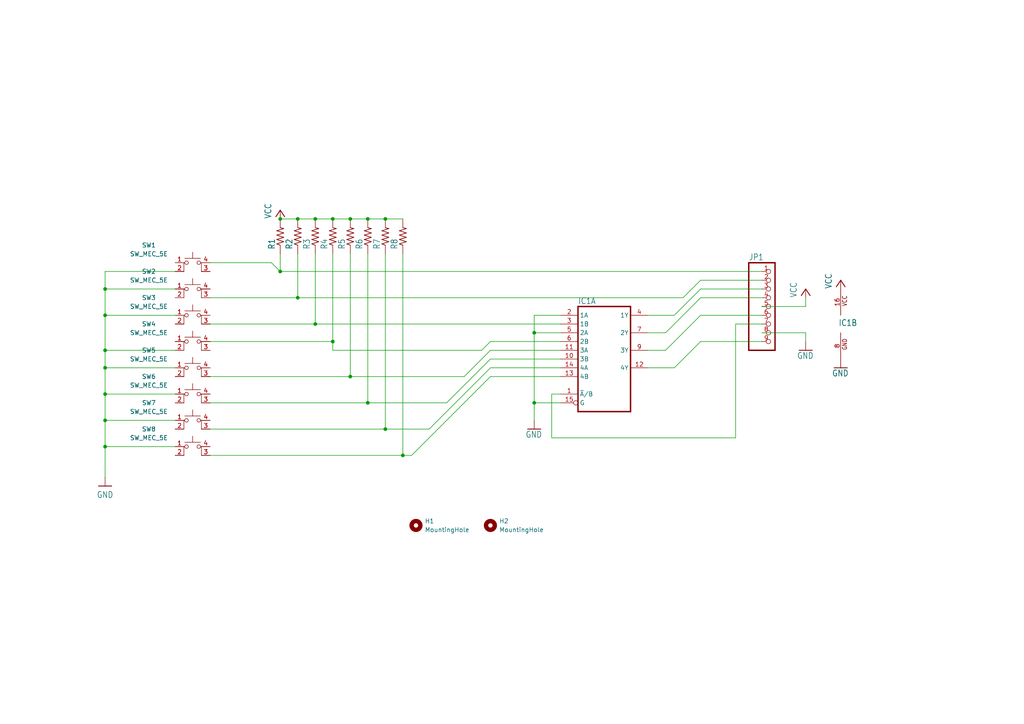
<source format=kicad_sch>
(kicad_sch
	(version 20250114)
	(generator "eeschema")
	(generator_version "9.0")
	(uuid "f9188a3c-b057-4ea6-8c7a-f03faf652ab3")
	(paper "A4")
	(lib_symbols
		(symbol "Mechanical:MountingHole"
			(pin_names
				(offset 1.016)
			)
			(exclude_from_sim no)
			(in_bom yes)
			(on_board yes)
			(property "Reference" "H"
				(at 0 5.08 0)
				(effects
					(font
						(size 1.27 1.27)
					)
				)
			)
			(property "Value" "MountingHole"
				(at 0 3.175 0)
				(effects
					(font
						(size 1.27 1.27)
					)
				)
			)
			(property "Footprint" ""
				(at 0 0 0)
				(effects
					(font
						(size 1.27 1.27)
					)
					(hide yes)
				)
			)
			(property "Datasheet" "~"
				(at 0 0 0)
				(effects
					(font
						(size 1.27 1.27)
					)
					(hide yes)
				)
			)
			(property "Description" "Mounting Hole without connection"
				(at 0 0 0)
				(effects
					(font
						(size 1.27 1.27)
					)
					(hide yes)
				)
			)
			(property "ki_keywords" "mounting hole"
				(at 0 0 0)
				(effects
					(font
						(size 1.27 1.27)
					)
					(hide yes)
				)
			)
			(property "ki_fp_filters" "MountingHole*"
				(at 0 0 0)
				(effects
					(font
						(size 1.27 1.27)
					)
					(hide yes)
				)
			)
			(symbol "MountingHole_0_1"
				(circle
					(center 0 0)
					(radius 1.27)
					(stroke
						(width 1.27)
						(type default)
					)
					(fill
						(type none)
					)
				)
			)
			(embedded_fonts no)
		)
		(symbol "Switch:SW_MEC_5E"
			(pin_names
				(offset 1.016)
				(hide yes)
			)
			(exclude_from_sim no)
			(in_bom yes)
			(on_board yes)
			(property "Reference" "SW"
				(at 0.635 5.715 0)
				(effects
					(font
						(size 1.27 1.27)
					)
					(justify left)
				)
			)
			(property "Value" "SW_MEC_5E"
				(at 0 -3.175 0)
				(effects
					(font
						(size 1.27 1.27)
					)
				)
			)
			(property "Footprint" ""
				(at 0 7.62 0)
				(effects
					(font
						(size 1.27 1.27)
					)
					(hide yes)
				)
			)
			(property "Datasheet" "http://www.apem.com/int/index.php?controller=attachment&id_attachment=1371"
				(at 0 7.62 0)
				(effects
					(font
						(size 1.27 1.27)
					)
					(hide yes)
				)
			)
			(property "Description" "MEC 5E single pole normally-open tactile switch"
				(at 0 0 0)
				(effects
					(font
						(size 1.27 1.27)
					)
					(hide yes)
				)
			)
			(property "ki_keywords" "switch normally-open pushbutton push-button"
				(at 0 0 0)
				(effects
					(font
						(size 1.27 1.27)
					)
					(hide yes)
				)
			)
			(property "ki_fp_filters" "SW*MEC*5G*"
				(at 0 0 0)
				(effects
					(font
						(size 1.27 1.27)
					)
					(hide yes)
				)
			)
			(symbol "SW_MEC_5E_0_1"
				(polyline
					(pts
						(xy -2.54 0) (xy -2.54 2.54) (xy -2.286 2.54)
					)
					(stroke
						(width 0)
						(type default)
					)
					(fill
						(type none)
					)
				)
				(polyline
					(pts
						(xy -2.286 3.81) (xy 2.286 3.81)
					)
					(stroke
						(width 0)
						(type default)
					)
					(fill
						(type none)
					)
				)
				(circle
					(center -1.778 2.54)
					(radius 0.508)
					(stroke
						(width 0)
						(type default)
					)
					(fill
						(type none)
					)
				)
				(polyline
					(pts
						(xy 0 3.81) (xy 0 5.588)
					)
					(stroke
						(width 0)
						(type default)
					)
					(fill
						(type none)
					)
				)
				(circle
					(center 1.778 2.54)
					(radius 0.508)
					(stroke
						(width 0)
						(type default)
					)
					(fill
						(type none)
					)
				)
				(polyline
					(pts
						(xy 2.54 0) (xy 2.54 2.54) (xy 2.286 2.54)
					)
					(stroke
						(width 0)
						(type default)
					)
					(fill
						(type none)
					)
				)
				(pin passive line
					(at -5.08 2.54 0)
					(length 2.54)
					(name "1"
						(effects
							(font
								(size 1.27 1.27)
							)
						)
					)
					(number "1"
						(effects
							(font
								(size 1.27 1.27)
							)
						)
					)
				)
				(pin passive line
					(at -5.08 0 0)
					(length 2.54)
					(name "2"
						(effects
							(font
								(size 1.27 1.27)
							)
						)
					)
					(number "2"
						(effects
							(font
								(size 1.27 1.27)
							)
						)
					)
				)
				(pin passive line
					(at 5.08 2.54 180)
					(length 2.54)
					(name "A"
						(effects
							(font
								(size 1.27 1.27)
							)
						)
					)
					(number "4"
						(effects
							(font
								(size 1.27 1.27)
							)
						)
					)
				)
				(pin passive line
					(at 5.08 0 180)
					(length 2.54)
					(name "K"
						(effects
							(font
								(size 1.27 1.27)
							)
						)
					)
					(number "3"
						(effects
							(font
								(size 1.27 1.27)
							)
						)
					)
				)
			)
			(embedded_fonts no)
		)
		(symbol "gpad1-eagle-import:74157N"
			(exclude_from_sim no)
			(in_bom yes)
			(on_board yes)
			(property "Reference" "IC"
				(at -0.635 -0.635 0)
				(effects
					(font
						(size 1.778 1.5113)
					)
					(justify left bottom)
				)
			)
			(property "Value" ""
				(at -7.62 -17.78 0)
				(effects
					(font
						(size 1.778 1.5113)
					)
					(justify left bottom)
					(hide yes)
				)
			)
			(property "Footprint" "gpad1:DIL16"
				(at 0 0 0)
				(effects
					(font
						(size 1.27 1.27)
					)
					(hide yes)
				)
			)
			(property "Datasheet" ""
				(at 0 0 0)
				(effects
					(font
						(size 1.27 1.27)
					)
					(hide yes)
				)
			)
			(property "Description" ""
				(at 0 0 0)
				(effects
					(font
						(size 1.27 1.27)
					)
					(hide yes)
				)
			)
			(property "ki_locked" ""
				(at 0 0 0)
				(effects
					(font
						(size 1.27 1.27)
					)
				)
			)
			(symbol "74157N_1_0"
				(polyline
					(pts
						(xy -7.62 15.24) (xy -7.62 -15.24)
					)
					(stroke
						(width 0.4064)
						(type solid)
					)
					(fill
						(type none)
					)
				)
				(polyline
					(pts
						(xy -7.62 -15.24) (xy 7.62 -15.24)
					)
					(stroke
						(width 0.4064)
						(type solid)
					)
					(fill
						(type none)
					)
				)
				(polyline
					(pts
						(xy 7.62 15.24) (xy -7.62 15.24)
					)
					(stroke
						(width 0.4064)
						(type solid)
					)
					(fill
						(type none)
					)
				)
				(polyline
					(pts
						(xy 7.62 -15.24) (xy 7.62 15.24)
					)
					(stroke
						(width 0.4064)
						(type solid)
					)
					(fill
						(type none)
					)
				)
				(pin input line
					(at -12.7 12.7 0)
					(length 5.08)
					(name "1A"
						(effects
							(font
								(size 1.27 1.27)
							)
						)
					)
					(number "2"
						(effects
							(font
								(size 1.27 1.27)
							)
						)
					)
				)
				(pin input line
					(at -12.7 10.16 0)
					(length 5.08)
					(name "1B"
						(effects
							(font
								(size 1.27 1.27)
							)
						)
					)
					(number "3"
						(effects
							(font
								(size 1.27 1.27)
							)
						)
					)
				)
				(pin input line
					(at -12.7 7.62 0)
					(length 5.08)
					(name "2A"
						(effects
							(font
								(size 1.27 1.27)
							)
						)
					)
					(number "5"
						(effects
							(font
								(size 1.27 1.27)
							)
						)
					)
				)
				(pin input line
					(at -12.7 5.08 0)
					(length 5.08)
					(name "2B"
						(effects
							(font
								(size 1.27 1.27)
							)
						)
					)
					(number "6"
						(effects
							(font
								(size 1.27 1.27)
							)
						)
					)
				)
				(pin input line
					(at -12.7 2.54 0)
					(length 5.08)
					(name "3A"
						(effects
							(font
								(size 1.27 1.27)
							)
						)
					)
					(number "11"
						(effects
							(font
								(size 1.27 1.27)
							)
						)
					)
				)
				(pin input line
					(at -12.7 0 0)
					(length 5.08)
					(name "3B"
						(effects
							(font
								(size 1.27 1.27)
							)
						)
					)
					(number "10"
						(effects
							(font
								(size 1.27 1.27)
							)
						)
					)
				)
				(pin input line
					(at -12.7 -2.54 0)
					(length 5.08)
					(name "4A"
						(effects
							(font
								(size 1.27 1.27)
							)
						)
					)
					(number "14"
						(effects
							(font
								(size 1.27 1.27)
							)
						)
					)
				)
				(pin input line
					(at -12.7 -5.08 0)
					(length 5.08)
					(name "4B"
						(effects
							(font
								(size 1.27 1.27)
							)
						)
					)
					(number "13"
						(effects
							(font
								(size 1.27 1.27)
							)
						)
					)
				)
				(pin input line
					(at -12.7 -10.16 0)
					(length 5.08)
					(name "~{A}/B"
						(effects
							(font
								(size 1.27 1.27)
							)
						)
					)
					(number "1"
						(effects
							(font
								(size 1.27 1.27)
							)
						)
					)
				)
				(pin input inverted
					(at -12.7 -12.7 0)
					(length 5.08)
					(name "G"
						(effects
							(font
								(size 1.27 1.27)
							)
						)
					)
					(number "15"
						(effects
							(font
								(size 1.27 1.27)
							)
						)
					)
				)
				(pin output line
					(at 12.7 12.7 180)
					(length 5.08)
					(name "1Y"
						(effects
							(font
								(size 1.27 1.27)
							)
						)
					)
					(number "4"
						(effects
							(font
								(size 1.27 1.27)
							)
						)
					)
				)
				(pin output line
					(at 12.7 7.62 180)
					(length 5.08)
					(name "2Y"
						(effects
							(font
								(size 1.27 1.27)
							)
						)
					)
					(number "7"
						(effects
							(font
								(size 1.27 1.27)
							)
						)
					)
				)
				(pin output line
					(at 12.7 2.54 180)
					(length 5.08)
					(name "3Y"
						(effects
							(font
								(size 1.27 1.27)
							)
						)
					)
					(number "9"
						(effects
							(font
								(size 1.27 1.27)
							)
						)
					)
				)
				(pin output line
					(at 12.7 -2.54 180)
					(length 5.08)
					(name "4Y"
						(effects
							(font
								(size 1.27 1.27)
							)
						)
					)
					(number "12"
						(effects
							(font
								(size 1.27 1.27)
							)
						)
					)
				)
			)
			(symbol "74157N_2_0"
				(text "VCC"
					(at 1.905 5.08 900)
					(effects
						(font
							(size 1.27 1.0795)
						)
						(justify left bottom)
					)
				)
				(text "GND"
					(at 1.905 -7.62 900)
					(effects
						(font
							(size 1.27 1.0795)
						)
						(justify left bottom)
					)
				)
				(pin power_in line
					(at 0 10.16 270)
					(length 7.62)
					(name "VCC"
						(effects
							(font
								(size 0 0)
							)
						)
					)
					(number "16"
						(effects
							(font
								(size 1.27 1.27)
							)
						)
					)
				)
				(pin power_in line
					(at 0 -10.16 90)
					(length 7.62)
					(name "GND"
						(effects
							(font
								(size 0 0)
							)
						)
					)
					(number "8"
						(effects
							(font
								(size 1.27 1.27)
							)
						)
					)
				)
			)
			(embedded_fonts no)
		)
		(symbol "gpad1-eagle-import:GND"
			(power)
			(exclude_from_sim no)
			(in_bom yes)
			(on_board yes)
			(property "Reference" "#GND"
				(at 0 0 0)
				(effects
					(font
						(size 1.27 1.27)
					)
					(hide yes)
				)
			)
			(property "Value" "GND"
				(at -2.54 -2.54 0)
				(effects
					(font
						(size 1.778 1.5113)
					)
					(justify left bottom)
				)
			)
			(property "Footprint" ""
				(at 0 0 0)
				(effects
					(font
						(size 1.27 1.27)
					)
					(hide yes)
				)
			)
			(property "Datasheet" ""
				(at 0 0 0)
				(effects
					(font
						(size 1.27 1.27)
					)
					(hide yes)
				)
			)
			(property "Description" ""
				(at 0 0 0)
				(effects
					(font
						(size 1.27 1.27)
					)
					(hide yes)
				)
			)
			(property "ki_locked" ""
				(at 0 0 0)
				(effects
					(font
						(size 1.27 1.27)
					)
				)
			)
			(symbol "GND_1_0"
				(polyline
					(pts
						(xy -1.905 0) (xy 1.905 0)
					)
					(stroke
						(width 0.254)
						(type solid)
					)
					(fill
						(type none)
					)
				)
				(pin power_in line
					(at 0 2.54 270)
					(length 2.54)
					(name "GND"
						(effects
							(font
								(size 0 0)
							)
						)
					)
					(number "1"
						(effects
							(font
								(size 0 0)
							)
						)
					)
				)
			)
			(embedded_fonts no)
		)
		(symbol "gpad1-eagle-import:PINHD-1X9"
			(exclude_from_sim no)
			(in_bom yes)
			(on_board yes)
			(property "Reference" "JP"
				(at -6.35 13.335 0)
				(effects
					(font
						(size 1.778 1.5113)
					)
					(justify left bottom)
				)
			)
			(property "Value" ""
				(at -6.35 -15.24 0)
				(effects
					(font
						(size 1.778 1.5113)
					)
					(justify left bottom)
				)
			)
			(property "Footprint" "gpad1:1X09"
				(at 0 0 0)
				(effects
					(font
						(size 1.27 1.27)
					)
					(hide yes)
				)
			)
			(property "Datasheet" ""
				(at 0 0 0)
				(effects
					(font
						(size 1.27 1.27)
					)
					(hide yes)
				)
			)
			(property "Description" ""
				(at 0 0 0)
				(effects
					(font
						(size 1.27 1.27)
					)
					(hide yes)
				)
			)
			(property "ki_locked" ""
				(at 0 0 0)
				(effects
					(font
						(size 1.27 1.27)
					)
				)
			)
			(symbol "PINHD-1X9_1_0"
				(polyline
					(pts
						(xy -6.35 12.7) (xy -6.35 -12.7)
					)
					(stroke
						(width 0.4064)
						(type solid)
					)
					(fill
						(type none)
					)
				)
				(polyline
					(pts
						(xy -6.35 -12.7) (xy 1.27 -12.7)
					)
					(stroke
						(width 0.4064)
						(type solid)
					)
					(fill
						(type none)
					)
				)
				(polyline
					(pts
						(xy 1.27 12.7) (xy -6.35 12.7)
					)
					(stroke
						(width 0.4064)
						(type solid)
					)
					(fill
						(type none)
					)
				)
				(polyline
					(pts
						(xy 1.27 -12.7) (xy 1.27 12.7)
					)
					(stroke
						(width 0.4064)
						(type solid)
					)
					(fill
						(type none)
					)
				)
				(pin passive inverted
					(at -2.54 10.16 0)
					(length 2.54)
					(name "1"
						(effects
							(font
								(size 0 0)
							)
						)
					)
					(number "1"
						(effects
							(font
								(size 1.27 1.27)
							)
						)
					)
				)
				(pin passive inverted
					(at -2.54 7.62 0)
					(length 2.54)
					(name "2"
						(effects
							(font
								(size 0 0)
							)
						)
					)
					(number "2"
						(effects
							(font
								(size 1.27 1.27)
							)
						)
					)
				)
				(pin passive inverted
					(at -2.54 5.08 0)
					(length 2.54)
					(name "3"
						(effects
							(font
								(size 0 0)
							)
						)
					)
					(number "3"
						(effects
							(font
								(size 1.27 1.27)
							)
						)
					)
				)
				(pin passive inverted
					(at -2.54 2.54 0)
					(length 2.54)
					(name "4"
						(effects
							(font
								(size 0 0)
							)
						)
					)
					(number "4"
						(effects
							(font
								(size 1.27 1.27)
							)
						)
					)
				)
				(pin passive inverted
					(at -2.54 0 0)
					(length 2.54)
					(name "5"
						(effects
							(font
								(size 0 0)
							)
						)
					)
					(number "5"
						(effects
							(font
								(size 1.27 1.27)
							)
						)
					)
				)
				(pin passive inverted
					(at -2.54 -2.54 0)
					(length 2.54)
					(name "6"
						(effects
							(font
								(size 0 0)
							)
						)
					)
					(number "6"
						(effects
							(font
								(size 1.27 1.27)
							)
						)
					)
				)
				(pin passive inverted
					(at -2.54 -5.08 0)
					(length 2.54)
					(name "7"
						(effects
							(font
								(size 0 0)
							)
						)
					)
					(number "7"
						(effects
							(font
								(size 1.27 1.27)
							)
						)
					)
				)
				(pin passive inverted
					(at -2.54 -7.62 0)
					(length 2.54)
					(name "8"
						(effects
							(font
								(size 0 0)
							)
						)
					)
					(number "8"
						(effects
							(font
								(size 1.27 1.27)
							)
						)
					)
				)
				(pin passive inverted
					(at -2.54 -10.16 0)
					(length 2.54)
					(name "9"
						(effects
							(font
								(size 0 0)
							)
						)
					)
					(number "9"
						(effects
							(font
								(size 1.27 1.27)
							)
						)
					)
				)
			)
			(embedded_fonts no)
		)
		(symbol "gpad1-eagle-import:R-US_0207/10"
			(exclude_from_sim no)
			(in_bom yes)
			(on_board yes)
			(property "Reference" "R"
				(at -3.81 1.4986 0)
				(effects
					(font
						(size 1.778 1.5113)
					)
					(justify left bottom)
				)
			)
			(property "Value" ""
				(at -3.81 -3.302 0)
				(effects
					(font
						(size 1.778 1.5113)
					)
					(justify left bottom)
				)
			)
			(property "Footprint" "gpad1:0207_10"
				(at 0 0 0)
				(effects
					(font
						(size 1.27 1.27)
					)
					(hide yes)
				)
			)
			(property "Datasheet" ""
				(at 0 0 0)
				(effects
					(font
						(size 1.27 1.27)
					)
					(hide yes)
				)
			)
			(property "Description" ""
				(at 0 0 0)
				(effects
					(font
						(size 1.27 1.27)
					)
					(hide yes)
				)
			)
			(property "ki_locked" ""
				(at 0 0 0)
				(effects
					(font
						(size 1.27 1.27)
					)
				)
			)
			(symbol "R-US_0207/10_1_0"
				(polyline
					(pts
						(xy -2.54 0) (xy -2.159 1.016)
					)
					(stroke
						(width 0.2032)
						(type solid)
					)
					(fill
						(type none)
					)
				)
				(polyline
					(pts
						(xy -2.159 1.016) (xy -1.524 -1.016)
					)
					(stroke
						(width 0.2032)
						(type solid)
					)
					(fill
						(type none)
					)
				)
				(polyline
					(pts
						(xy -1.524 -1.016) (xy -0.889 1.016)
					)
					(stroke
						(width 0.2032)
						(type solid)
					)
					(fill
						(type none)
					)
				)
				(polyline
					(pts
						(xy -0.889 1.016) (xy -0.254 -1.016)
					)
					(stroke
						(width 0.2032)
						(type solid)
					)
					(fill
						(type none)
					)
				)
				(polyline
					(pts
						(xy -0.254 -1.016) (xy 0.381 1.016)
					)
					(stroke
						(width 0.2032)
						(type solid)
					)
					(fill
						(type none)
					)
				)
				(polyline
					(pts
						(xy 0.381 1.016) (xy 1.016 -1.016)
					)
					(stroke
						(width 0.2032)
						(type solid)
					)
					(fill
						(type none)
					)
				)
				(polyline
					(pts
						(xy 1.016 -1.016) (xy 1.651 1.016)
					)
					(stroke
						(width 0.2032)
						(type solid)
					)
					(fill
						(type none)
					)
				)
				(polyline
					(pts
						(xy 1.651 1.016) (xy 2.286 -1.016)
					)
					(stroke
						(width 0.2032)
						(type solid)
					)
					(fill
						(type none)
					)
				)
				(polyline
					(pts
						(xy 2.286 -1.016) (xy 2.54 0)
					)
					(stroke
						(width 0.2032)
						(type solid)
					)
					(fill
						(type none)
					)
				)
				(pin passive line
					(at -5.08 0 0)
					(length 2.54)
					(name "1"
						(effects
							(font
								(size 0 0)
							)
						)
					)
					(number "1"
						(effects
							(font
								(size 0 0)
							)
						)
					)
				)
				(pin passive line
					(at 5.08 0 180)
					(length 2.54)
					(name "2"
						(effects
							(font
								(size 0 0)
							)
						)
					)
					(number "2"
						(effects
							(font
								(size 0 0)
							)
						)
					)
				)
			)
			(embedded_fonts no)
		)
		(symbol "gpad1-eagle-import:VCC"
			(power)
			(exclude_from_sim no)
			(in_bom yes)
			(on_board yes)
			(property "Reference" "#P+"
				(at 0 0 0)
				(effects
					(font
						(size 1.27 1.27)
					)
					(hide yes)
				)
			)
			(property "Value" "VCC"
				(at -2.54 -2.54 90)
				(effects
					(font
						(size 1.778 1.5113)
					)
					(justify left bottom)
				)
			)
			(property "Footprint" ""
				(at 0 0 0)
				(effects
					(font
						(size 1.27 1.27)
					)
					(hide yes)
				)
			)
			(property "Datasheet" ""
				(at 0 0 0)
				(effects
					(font
						(size 1.27 1.27)
					)
					(hide yes)
				)
			)
			(property "Description" ""
				(at 0 0 0)
				(effects
					(font
						(size 1.27 1.27)
					)
					(hide yes)
				)
			)
			(property "ki_locked" ""
				(at 0 0 0)
				(effects
					(font
						(size 1.27 1.27)
					)
				)
			)
			(symbol "VCC_1_0"
				(polyline
					(pts
						(xy 0 0) (xy -1.27 -1.905)
					)
					(stroke
						(width 0.254)
						(type solid)
					)
					(fill
						(type none)
					)
				)
				(polyline
					(pts
						(xy 1.27 -1.905) (xy 0 0)
					)
					(stroke
						(width 0.254)
						(type solid)
					)
					(fill
						(type none)
					)
				)
				(pin power_in line
					(at 0 -2.54 90)
					(length 2.54)
					(name "VCC"
						(effects
							(font
								(size 0 0)
							)
						)
					)
					(number "1"
						(effects
							(font
								(size 0 0)
							)
						)
					)
				)
			)
			(embedded_fonts no)
		)
	)
	(junction
		(at 154.94 96.52)
		(diameter 0)
		(color 0 0 0 0)
		(uuid "0410b762-5a23-40f2-9004-74cddf175bb4")
	)
	(junction
		(at 154.94 116.84)
		(diameter 0)
		(color 0 0 0 0)
		(uuid "4f682fd1-be48-4044-976e-f348ebe15822")
	)
	(junction
		(at 30.48 129.54)
		(diameter 0)
		(color 0 0 0 0)
		(uuid "6769175e-0eca-47eb-972e-9deee7e1b2ff")
	)
	(junction
		(at 81.28 63.5)
		(diameter 0)
		(color 0 0 0 0)
		(uuid "767cf721-945c-4465-9655-c04f42eec25c")
	)
	(junction
		(at 30.48 91.44)
		(diameter 0)
		(color 0 0 0 0)
		(uuid "799669ca-01c9-4d71-96fd-d1156c73fb4a")
	)
	(junction
		(at 111.76 124.46)
		(diameter 0)
		(color 0 0 0 0)
		(uuid "7dd487de-0b92-4d20-ac36-b446000b1a0a")
	)
	(junction
		(at 30.48 83.82)
		(diameter 0)
		(color 0 0 0 0)
		(uuid "80e678f0-1dd9-41a2-9331-b143d883cff5")
	)
	(junction
		(at 30.48 121.92)
		(diameter 0)
		(color 0 0 0 0)
		(uuid "8327386e-94f9-4d69-bd23-c9e1adf19cdb")
	)
	(junction
		(at 86.36 63.5)
		(diameter 0)
		(color 0 0 0 0)
		(uuid "8793617d-5301-4149-94f5-abf5f381749b")
	)
	(junction
		(at 116.84 132.08)
		(diameter 0)
		(color 0 0 0 0)
		(uuid "9b3df9b5-6a87-46bf-9542-ef8962a707f0")
	)
	(junction
		(at 30.48 106.68)
		(diameter 0)
		(color 0 0 0 0)
		(uuid "a4805ddd-4203-4f5a-8697-273e44a0a884")
	)
	(junction
		(at 91.44 93.98)
		(diameter 0)
		(color 0 0 0 0)
		(uuid "a78b52e8-fd42-430e-b21c-df41a31bec37")
	)
	(junction
		(at 96.52 99.06)
		(diameter 0)
		(color 0 0 0 0)
		(uuid "ad032206-cc66-4fbb-a070-1091de32f19d")
	)
	(junction
		(at 96.52 63.5)
		(diameter 0)
		(color 0 0 0 0)
		(uuid "ba65e94b-d0b7-4862-ad9a-0644494f0361")
	)
	(junction
		(at 101.6 109.22)
		(diameter 0)
		(color 0 0 0 0)
		(uuid "bf9f99c2-4d92-45df-866f-dcb5eb5097a7")
	)
	(junction
		(at 101.6 63.5)
		(diameter 0)
		(color 0 0 0 0)
		(uuid "c540913b-911d-4c63-9942-5c56c30a418d")
	)
	(junction
		(at 106.68 116.84)
		(diameter 0)
		(color 0 0 0 0)
		(uuid "cacff1df-dbe8-4f0a-98d0-b64d81d09724")
	)
	(junction
		(at 30.48 101.6)
		(diameter 0)
		(color 0 0 0 0)
		(uuid "cea9b7ab-cb09-4fd8-a1d7-ca142805df3d")
	)
	(junction
		(at 91.44 63.5)
		(diameter 0)
		(color 0 0 0 0)
		(uuid "e1598a87-bf59-4e5d-b7c3-85d506fb3aaa")
	)
	(junction
		(at 86.36 86.36)
		(diameter 0)
		(color 0 0 0 0)
		(uuid "e6340caf-2cb7-4b50-8c37-c8c75e5d4f2f")
	)
	(junction
		(at 30.48 114.3)
		(diameter 0)
		(color 0 0 0 0)
		(uuid "e7ca5a84-cbe5-4005-923b-9df8e6fbf200")
	)
	(junction
		(at 106.68 63.5)
		(diameter 0)
		(color 0 0 0 0)
		(uuid "f97f3cff-1a21-4180-9808-0a48cb2ed559")
	)
	(junction
		(at 111.76 63.5)
		(diameter 0)
		(color 0 0 0 0)
		(uuid "fb8d0b3d-9f50-41c3-b623-c832d3aa8726")
	)
	(junction
		(at 81.28 78.74)
		(diameter 0)
		(color 0 0 0 0)
		(uuid "ffb43932-6b70-468b-a06c-7537acfdfbe3")
	)
	(wire
		(pts
			(xy 116.84 132.08) (xy 119.38 132.08)
		)
		(stroke
			(width 0.1524)
			(type solid)
		)
		(uuid "02a2a829-25eb-40b0-aa52-86d989a69146")
	)
	(wire
		(pts
			(xy 220.98 93.98) (xy 213.36 93.98)
		)
		(stroke
			(width 0.1524)
			(type solid)
		)
		(uuid "0335e101-a789-4dfe-9c20-55241ab98ac0")
	)
	(wire
		(pts
			(xy 30.48 101.6) (xy 50.8 101.6)
		)
		(stroke
			(width 0)
			(type default)
		)
		(uuid "04e1c126-91a2-4949-9211-f58e41385855")
	)
	(wire
		(pts
			(xy 60.96 99.06) (xy 96.52 99.06)
		)
		(stroke
			(width 0)
			(type default)
		)
		(uuid "056809d7-dae1-419e-8a67-8c920797561b")
	)
	(wire
		(pts
			(xy 106.68 63.5) (xy 111.76 63.5)
		)
		(stroke
			(width 0.1524)
			(type solid)
		)
		(uuid "08f8e5cd-6b45-47d2-b2de-c20d52c50226")
	)
	(wire
		(pts
			(xy 203.2 91.44) (xy 220.98 91.44)
		)
		(stroke
			(width 0.1524)
			(type solid)
		)
		(uuid "097dc425-eeaf-4297-9f3d-ddb942e54a15")
	)
	(wire
		(pts
			(xy 86.36 63.5) (xy 91.44 63.5)
		)
		(stroke
			(width 0.1524)
			(type solid)
		)
		(uuid "0bc1c768-d036-4b81-b8a3-c18ec3d50c53")
	)
	(wire
		(pts
			(xy 154.94 91.44) (xy 162.56 91.44)
		)
		(stroke
			(width 0.1524)
			(type solid)
		)
		(uuid "0c3b9e8d-bb1d-4f91-8658-cc12c17e360f")
	)
	(wire
		(pts
			(xy 116.84 73.66) (xy 116.84 132.08)
		)
		(stroke
			(width 0)
			(type default)
		)
		(uuid "0e1c3061-703b-46e1-baf6-c8b67a95debf")
	)
	(wire
		(pts
			(xy 30.48 106.68) (xy 30.48 114.3)
		)
		(stroke
			(width 0)
			(type default)
		)
		(uuid "100243c6-b1cd-408e-b7e2-c11a1a7601f3")
	)
	(wire
		(pts
			(xy 96.52 73.66) (xy 96.52 99.06)
		)
		(stroke
			(width 0)
			(type default)
		)
		(uuid "114f67e9-9775-45d1-bfb8-6abe2991a892")
	)
	(wire
		(pts
			(xy 154.94 96.52) (xy 154.94 91.44)
		)
		(stroke
			(width 0.1524)
			(type solid)
		)
		(uuid "18072872-4528-4062-9f3f-d8fbb915d45e")
	)
	(wire
		(pts
			(xy 193.04 101.6) (xy 203.2 91.44)
		)
		(stroke
			(width 0.1524)
			(type solid)
		)
		(uuid "18a9b506-508d-4ff0-963c-ff0a48db45bc")
	)
	(wire
		(pts
			(xy 187.96 106.68) (xy 195.58 106.68)
		)
		(stroke
			(width 0.1524)
			(type solid)
		)
		(uuid "1d6e0c8c-38b4-4886-b510-ebab50c454cf")
	)
	(wire
		(pts
			(xy 30.48 121.92) (xy 50.8 121.92)
		)
		(stroke
			(width 0)
			(type default)
		)
		(uuid "1db2127b-f6d5-4e2c-847c-d5420df98716")
	)
	(wire
		(pts
			(xy 101.6 63.5) (xy 106.68 63.5)
		)
		(stroke
			(width 0.1524)
			(type solid)
		)
		(uuid "21fcb676-4cbd-4383-9647-2a715c16d3b2")
	)
	(wire
		(pts
			(xy 91.44 63.5) (xy 96.52 63.5)
		)
		(stroke
			(width 0.1524)
			(type solid)
		)
		(uuid "22c7a0c2-1661-4ad4-837a-252d2fbf55a8")
	)
	(wire
		(pts
			(xy 203.2 83.82) (xy 220.98 83.82)
		)
		(stroke
			(width 0.1524)
			(type solid)
		)
		(uuid "24a2b59c-e1f1-4ea1-9f81-c243c43bb6f7")
	)
	(wire
		(pts
			(xy 30.48 78.74) (xy 30.48 83.82)
		)
		(stroke
			(width 0)
			(type default)
		)
		(uuid "257180eb-8f43-4b6a-89a3-95690cb5599f")
	)
	(wire
		(pts
			(xy 60.96 76.2) (xy 78.74 76.2)
		)
		(stroke
			(width 0)
			(type default)
		)
		(uuid "25a09424-9c74-4101-9642-49207daec5fb")
	)
	(wire
		(pts
			(xy 81.28 78.74) (xy 220.98 78.74)
		)
		(stroke
			(width 0.1524)
			(type solid)
		)
		(uuid "26c74873-afd9-4986-b93e-842de615b734")
	)
	(wire
		(pts
			(xy 154.94 96.52) (xy 162.56 96.52)
		)
		(stroke
			(width 0.1524)
			(type solid)
		)
		(uuid "26f69787-5c1b-4811-90df-e4ed36c99e33")
	)
	(wire
		(pts
			(xy 91.44 93.98) (xy 162.56 93.98)
		)
		(stroke
			(width 0.1524)
			(type solid)
		)
		(uuid "304197e7-42d8-44f0-99ee-faf83ab8c9ca")
	)
	(wire
		(pts
			(xy 96.52 101.6) (xy 139.7 101.6)
		)
		(stroke
			(width 0.1524)
			(type solid)
		)
		(uuid "30795492-7700-4060-9c27-957355dd5e7b")
	)
	(wire
		(pts
			(xy 111.76 63.5) (xy 116.84 63.5)
		)
		(stroke
			(width 0.1524)
			(type solid)
		)
		(uuid "3824e09c-fa45-4eb1-8298-369cea4bcced")
	)
	(wire
		(pts
			(xy 81.28 73.66) (xy 81.28 78.74)
		)
		(stroke
			(width 0)
			(type default)
		)
		(uuid "38f10f37-4484-43ed-9ed6-b9b7c8f3d524")
	)
	(wire
		(pts
			(xy 142.24 99.06) (xy 162.56 99.06)
		)
		(stroke
			(width 0.1524)
			(type solid)
		)
		(uuid "3bb1fcfa-6c78-41d6-902f-0fb3eb2a72b2")
	)
	(wire
		(pts
			(xy 106.68 116.84) (xy 129.54 116.84)
		)
		(stroke
			(width 0.1524)
			(type solid)
		)
		(uuid "3c91368c-e2de-43fc-a6fb-062652ac4c21")
	)
	(wire
		(pts
			(xy 101.6 109.22) (xy 134.62 109.22)
		)
		(stroke
			(width 0.1524)
			(type solid)
		)
		(uuid "41fcd89c-cdc8-46a5-8b99-bf3b221451f2")
	)
	(wire
		(pts
			(xy 30.48 83.82) (xy 50.8 83.82)
		)
		(stroke
			(width 0)
			(type default)
		)
		(uuid "426073d7-ab3f-4180-bf19-acc6936ba4f3")
	)
	(wire
		(pts
			(xy 154.94 116.84) (xy 154.94 96.52)
		)
		(stroke
			(width 0.1524)
			(type solid)
		)
		(uuid "44cd1349-2684-4a37-9105-657e0416123b")
	)
	(wire
		(pts
			(xy 139.7 101.6) (xy 142.24 99.06)
		)
		(stroke
			(width 0.1524)
			(type solid)
		)
		(uuid "45c4988f-3915-4b78-aa3d-41ff046cc1d6")
	)
	(wire
		(pts
			(xy 30.48 78.74) (xy 50.8 78.74)
		)
		(stroke
			(width 0)
			(type default)
		)
		(uuid "478c8e9a-34f0-4d88-85ee-dd7b00f5f626")
	)
	(wire
		(pts
			(xy 30.48 83.82) (xy 30.48 91.44)
		)
		(stroke
			(width 0)
			(type default)
		)
		(uuid "48d73f57-af3d-4351-a671-522f3d546045")
	)
	(wire
		(pts
			(xy 106.68 73.66) (xy 106.68 116.84)
		)
		(stroke
			(width 0)
			(type default)
		)
		(uuid "4d2a534a-8b67-4498-bbd5-2457d5181564")
	)
	(wire
		(pts
			(xy 129.54 116.84) (xy 142.24 104.14)
		)
		(stroke
			(width 0.1524)
			(type solid)
		)
		(uuid "51b1a9de-15e9-4167-a719-4bb9c600c850")
	)
	(wire
		(pts
			(xy 111.76 124.46) (xy 124.46 124.46)
		)
		(stroke
			(width 0.1524)
			(type solid)
		)
		(uuid "592d137a-07bf-4878-acec-73882a393d85")
	)
	(wire
		(pts
			(xy 233.68 88.9) (xy 233.68 86.36)
		)
		(stroke
			(width 0.1524)
			(type solid)
		)
		(uuid "5d87362d-34a5-4220-a1a6-f5219cb05ecf")
	)
	(wire
		(pts
			(xy 60.96 86.36) (xy 86.36 86.36)
		)
		(stroke
			(width 0.1524)
			(type solid)
		)
		(uuid "5ff29cab-9a85-47af-82b9-eb6cadaea004")
	)
	(wire
		(pts
			(xy 30.48 129.54) (xy 50.8 129.54)
		)
		(stroke
			(width 0)
			(type default)
		)
		(uuid "609bd663-6d69-4b80-965d-8d7854fbd99d")
	)
	(wire
		(pts
			(xy 195.58 91.44) (xy 203.2 83.82)
		)
		(stroke
			(width 0.1524)
			(type solid)
		)
		(uuid "63d2fd00-5b22-4a18-806e-630ba3fd1d1c")
	)
	(wire
		(pts
			(xy 30.48 106.68) (xy 50.8 106.68)
		)
		(stroke
			(width 0)
			(type default)
		)
		(uuid "68548bb3-bf3e-4425-bf78-4d69e9f0dc4d")
	)
	(wire
		(pts
			(xy 187.96 96.52) (xy 193.04 96.52)
		)
		(stroke
			(width 0.1524)
			(type solid)
		)
		(uuid "69e83703-61a2-4a00-8e5e-e5f6c056ffc8")
	)
	(wire
		(pts
			(xy 96.52 99.06) (xy 96.52 101.6)
		)
		(stroke
			(width 0)
			(type default)
		)
		(uuid "6a91058c-fcdf-4081-ab6b-0ba265e5a8d4")
	)
	(wire
		(pts
			(xy 111.76 73.66) (xy 111.76 124.46)
		)
		(stroke
			(width 0)
			(type default)
		)
		(uuid "6b181aef-c28b-4587-a86a-afdd51490644")
	)
	(wire
		(pts
			(xy 134.62 109.22) (xy 142.24 101.6)
		)
		(stroke
			(width 0.1524)
			(type solid)
		)
		(uuid "72e6cf9d-6c74-4f2f-812e-1e0301238b30")
	)
	(wire
		(pts
			(xy 213.36 93.98) (xy 213.36 127)
		)
		(stroke
			(width 0.1524)
			(type solid)
		)
		(uuid "73beedf6-369a-4ac2-932c-7d9399f251ca")
	)
	(wire
		(pts
			(xy 60.96 116.84) (xy 106.68 116.84)
		)
		(stroke
			(width 0.1524)
			(type solid)
		)
		(uuid "7a16c174-9f4b-4c9e-91b0-d8ff86384aa5")
	)
	(wire
		(pts
			(xy 142.24 101.6) (xy 162.56 101.6)
		)
		(stroke
			(width 0.1524)
			(type solid)
		)
		(uuid "7be31aac-d598-4ece-b1a7-e7f7590f6240")
	)
	(wire
		(pts
			(xy 86.36 86.36) (xy 198.12 86.36)
		)
		(stroke
			(width 0.1524)
			(type solid)
		)
		(uuid "8420336b-335d-44b0-8041-abb82a8f1954")
	)
	(wire
		(pts
			(xy 81.28 63.5) (xy 86.36 63.5)
		)
		(stroke
			(width 0.1524)
			(type solid)
		)
		(uuid "859ba682-41b7-4bdd-bdec-19abe58162ea")
	)
	(wire
		(pts
			(xy 162.56 114.3) (xy 160.02 114.3)
		)
		(stroke
			(width 0.1524)
			(type solid)
		)
		(uuid "89b55abc-6ff1-429a-b9df-85f285b73096")
	)
	(wire
		(pts
			(xy 60.96 132.08) (xy 116.84 132.08)
		)
		(stroke
			(width 0.1524)
			(type solid)
		)
		(uuid "89eaaf61-2b92-483b-9a5e-cc391bb77c9b")
	)
	(wire
		(pts
			(xy 195.58 106.68) (xy 203.2 99.06)
		)
		(stroke
			(width 0.1524)
			(type solid)
		)
		(uuid "8af677d3-52ce-4633-a0cd-3019197ea280")
	)
	(wire
		(pts
			(xy 203.2 99.06) (xy 220.98 99.06)
		)
		(stroke
			(width 0.1524)
			(type solid)
		)
		(uuid "8dd1b8dd-8f9f-4e97-abeb-af529e6c9b00")
	)
	(wire
		(pts
			(xy 187.96 91.44) (xy 195.58 91.44)
		)
		(stroke
			(width 0.1524)
			(type solid)
		)
		(uuid "8fd3a191-a953-45d9-a634-b2b7952da7c9")
	)
	(wire
		(pts
			(xy 233.68 96.52) (xy 233.68 99.06)
		)
		(stroke
			(width 0.1524)
			(type solid)
		)
		(uuid "91b0b1d5-de5b-406a-a258-39d4c2f98598")
	)
	(wire
		(pts
			(xy 220.98 96.52) (xy 233.68 96.52)
		)
		(stroke
			(width 0.1524)
			(type solid)
		)
		(uuid "91ec3e97-db34-4b68-93f3-53d61614be01")
	)
	(wire
		(pts
			(xy 78.74 76.2) (xy 81.28 78.74)
		)
		(stroke
			(width 0)
			(type default)
		)
		(uuid "92b0aaab-abfc-4173-8be8-4c946a2d3d58")
	)
	(wire
		(pts
			(xy 154.94 121.92) (xy 154.94 116.84)
		)
		(stroke
			(width 0.1524)
			(type solid)
		)
		(uuid "96eff874-b5e4-42ad-9392-1f1b7ba2b5a3")
	)
	(wire
		(pts
			(xy 30.48 101.6) (xy 30.48 106.68)
		)
		(stroke
			(width 0)
			(type default)
		)
		(uuid "9e5cdf9c-590e-4b8b-bd59-ca64d6f50bf8")
	)
	(wire
		(pts
			(xy 30.48 121.92) (xy 30.48 129.54)
		)
		(stroke
			(width 0)
			(type default)
		)
		(uuid "a80464c7-353d-445b-940d-c21848c34b4d")
	)
	(wire
		(pts
			(xy 203.2 86.36) (xy 220.98 86.36)
		)
		(stroke
			(width 0.1524)
			(type solid)
		)
		(uuid "a8423a13-ec07-43c7-a76c-e06a3e0db049")
	)
	(wire
		(pts
			(xy 91.44 73.66) (xy 91.44 93.98)
		)
		(stroke
			(width 0)
			(type default)
		)
		(uuid "aa452dc6-15c2-40b8-b31c-b7db93188c0b")
	)
	(wire
		(pts
			(xy 124.46 124.46) (xy 142.24 106.68)
		)
		(stroke
			(width 0.1524)
			(type solid)
		)
		(uuid "af967629-1c82-4c1b-a357-7d7323a4d6aa")
	)
	(wire
		(pts
			(xy 101.6 73.66) (xy 101.6 109.22)
		)
		(stroke
			(width 0)
			(type default)
		)
		(uuid "b0486271-783a-4407-83bc-2c282528b580")
	)
	(wire
		(pts
			(xy 187.96 101.6) (xy 193.04 101.6)
		)
		(stroke
			(width 0.1524)
			(type solid)
		)
		(uuid "b4762fb1-ff1e-48c2-ab09-abdb1ff1f846")
	)
	(wire
		(pts
			(xy 198.12 86.36) (xy 203.2 81.28)
		)
		(stroke
			(width 0.1524)
			(type solid)
		)
		(uuid "c21e3273-7ab2-49cb-b4e5-bdc0f61851ac")
	)
	(wire
		(pts
			(xy 154.94 116.84) (xy 162.56 116.84)
		)
		(stroke
			(width 0.1524)
			(type solid)
		)
		(uuid "c470b79e-6633-4f9e-a445-235417705fbf")
	)
	(wire
		(pts
			(xy 60.96 93.98) (xy 91.44 93.98)
		)
		(stroke
			(width 0.1524)
			(type solid)
		)
		(uuid "cae470f8-52be-4a2a-b0c3-10df0a80adc3")
	)
	(wire
		(pts
			(xy 30.48 91.44) (xy 50.8 91.44)
		)
		(stroke
			(width 0)
			(type default)
		)
		(uuid "ce0640bb-1dc7-4de8-b106-b30b97bd4cf1")
	)
	(wire
		(pts
			(xy 142.24 109.22) (xy 162.56 109.22)
		)
		(stroke
			(width 0.1524)
			(type solid)
		)
		(uuid "cfedc257-b224-4609-be18-7f7eec02b2ec")
	)
	(wire
		(pts
			(xy 160.02 127) (xy 160.02 114.3)
		)
		(stroke
			(width 0.1524)
			(type solid)
		)
		(uuid "d1206e79-8b0c-4943-9525-dc169d0be7a0")
	)
	(wire
		(pts
			(xy 30.48 114.3) (xy 50.8 114.3)
		)
		(stroke
			(width 0)
			(type default)
		)
		(uuid "d15da349-f310-4ca3-b8f3-9ef325a443a8")
	)
	(wire
		(pts
			(xy 60.96 109.22) (xy 101.6 109.22)
		)
		(stroke
			(width 0.1524)
			(type solid)
		)
		(uuid "d43bbe6e-ea63-4207-b248-35badf257abd")
	)
	(wire
		(pts
			(xy 203.2 81.28) (xy 220.98 81.28)
		)
		(stroke
			(width 0.1524)
			(type solid)
		)
		(uuid "d6c31714-fb9a-49f6-9f92-ceb675a1dfbb")
	)
	(wire
		(pts
			(xy 30.48 129.54) (xy 30.48 138.43)
		)
		(stroke
			(width 0)
			(type default)
		)
		(uuid "dcfd1fa8-9d0e-4dd9-a5eb-9e6e8cbbf6b4")
	)
	(wire
		(pts
			(xy 60.96 124.46) (xy 111.76 124.46)
		)
		(stroke
			(width 0.1524)
			(type solid)
		)
		(uuid "e11aa4d6-504e-4d22-91b9-fbd004305051")
	)
	(wire
		(pts
			(xy 193.04 96.52) (xy 203.2 86.36)
		)
		(stroke
			(width 0.1524)
			(type solid)
		)
		(uuid "e1673471-65ab-41e6-9ae9-999473a5ba55")
	)
	(wire
		(pts
			(xy 213.36 127) (xy 160.02 127)
		)
		(stroke
			(width 0.1524)
			(type solid)
		)
		(uuid "e6b47ba8-670d-49ee-9c14-32062b739314")
	)
	(wire
		(pts
			(xy 119.38 132.08) (xy 142.24 109.22)
		)
		(stroke
			(width 0.1524)
			(type solid)
		)
		(uuid "e6cc3d67-e0ea-4964-be28-842ee09061d5")
	)
	(wire
		(pts
			(xy 30.48 91.44) (xy 30.48 101.6)
		)
		(stroke
			(width 0)
			(type default)
		)
		(uuid "e8b3a4e1-d45b-414a-ae5a-6eaa4cacbe32")
	)
	(wire
		(pts
			(xy 96.52 63.5) (xy 101.6 63.5)
		)
		(stroke
			(width 0.1524)
			(type solid)
		)
		(uuid "edca37c8-318e-4e79-8442-d7d32c31bcca")
	)
	(wire
		(pts
			(xy 86.36 73.66) (xy 86.36 86.36)
		)
		(stroke
			(width 0)
			(type default)
		)
		(uuid "f097a93e-8510-414e-8fe7-0944d519b33e")
	)
	(wire
		(pts
			(xy 142.24 104.14) (xy 162.56 104.14)
		)
		(stroke
			(width 0.1524)
			(type solid)
		)
		(uuid "f2f29687-e56c-42cf-9c0e-76093d6a84f8")
	)
	(wire
		(pts
			(xy 30.48 114.3) (xy 30.48 121.92)
		)
		(stroke
			(width 0)
			(type default)
		)
		(uuid "f6887dba-f3ad-4378-9071-c1404c9fc156")
	)
	(wire
		(pts
			(xy 142.24 106.68) (xy 162.56 106.68)
		)
		(stroke
			(width 0.1524)
			(type solid)
		)
		(uuid "f9162753-d6e3-42b6-ac77-d239798f0a4f")
	)
	(wire
		(pts
			(xy 220.98 88.9) (xy 233.68 88.9)
		)
		(stroke
			(width 0.1524)
			(type solid)
		)
		(uuid "ff9f9a03-a5de-4d6c-af3f-6821c3a54e03")
	)
	(symbol
		(lib_id "gpad1-eagle-import:VCC")
		(at 243.84 81.28 0)
		(unit 1)
		(exclude_from_sim no)
		(in_bom yes)
		(on_board yes)
		(dnp no)
		(uuid "0a78c79b-2cd4-4781-90a0-cdf36fc9ab3c")
		(property "Reference" "#P+03"
			(at 243.84 81.28 0)
			(effects
				(font
					(size 1.27 1.27)
				)
				(hide yes)
			)
		)
		(property "Value" "VCC"
			(at 241.3 83.82 90)
			(effects
				(font
					(size 1.778 1.5113)
				)
				(justify left bottom)
			)
		)
		(property "Footprint" ""
			(at 243.84 81.28 0)
			(effects
				(font
					(size 1.27 1.27)
				)
				(hide yes)
			)
		)
		(property "Datasheet" ""
			(at 243.84 81.28 0)
			(effects
				(font
					(size 1.27 1.27)
				)
				(hide yes)
			)
		)
		(property "Description" ""
			(at 243.84 81.28 0)
			(effects
				(font
					(size 1.27 1.27)
				)
			)
		)
		(pin "1"
			(uuid "4c333bf9-8ddb-42e4-adee-b358f158d550")
		)
		(instances
			(project "gpad1"
				(path "/f9188a3c-b057-4ea6-8c7a-f03faf652ab3"
					(reference "#P+03")
					(unit 1)
				)
			)
		)
	)
	(symbol
		(lib_id "gpad1-eagle-import:R-US_0207/10")
		(at 106.68 68.58 90)
		(unit 1)
		(exclude_from_sim no)
		(in_bom yes)
		(on_board yes)
		(dnp no)
		(uuid "118030cb-3209-494f-a643-5327df8c6eab")
		(property "Reference" "R6"
			(at 105.1814 72.39 0)
			(effects
				(font
					(size 1.778 1.5113)
				)
				(justify left bottom)
			)
		)
		(property "Value" "R-US_0207/10"
			(at 109.982 72.39 0)
			(effects
				(font
					(size 1.778 1.5113)
				)
				(justify left bottom)
				(hide yes)
			)
		)
		(property "Footprint" "Resistor_SMD:R_0805_2012Metric"
			(at 106.68 68.58 0)
			(effects
				(font
					(size 1.27 1.27)
				)
				(hide yes)
			)
		)
		(property "Datasheet" ""
			(at 106.68 68.58 0)
			(effects
				(font
					(size 1.27 1.27)
				)
				(hide yes)
			)
		)
		(property "Description" ""
			(at 106.68 68.58 0)
			(effects
				(font
					(size 1.27 1.27)
				)
			)
		)
		(property "MPN" "RC0805FR-073K3L"
			(at 106.68 68.58 0)
			(effects
				(font
					(size 1.27 1.27)
				)
				(hide yes)
			)
		)
		(pin "1"
			(uuid "8b49859b-6801-416e-a50b-d61c7ef72fd7")
		)
		(pin "2"
			(uuid "d23ab590-774b-4939-b9fb-de1c5dadf074")
		)
		(instances
			(project "gpad1"
				(path "/f9188a3c-b057-4ea6-8c7a-f03faf652ab3"
					(reference "R6")
					(unit 1)
				)
			)
		)
	)
	(symbol
		(lib_id "gpad1-eagle-import:GND")
		(at 154.94 124.46 0)
		(unit 1)
		(exclude_from_sim no)
		(in_bom yes)
		(on_board yes)
		(dnp no)
		(uuid "2dd7a910-07b9-4d7c-ad81-a6c01a0f44c0")
		(property "Reference" "#GND03"
			(at 154.94 124.46 0)
			(effects
				(font
					(size 1.27 1.27)
				)
				(hide yes)
			)
		)
		(property "Value" "GND"
			(at 152.4 127 0)
			(effects
				(font
					(size 1.778 1.5113)
				)
				(justify left bottom)
			)
		)
		(property "Footprint" ""
			(at 154.94 124.46 0)
			(effects
				(font
					(size 1.27 1.27)
				)
				(hide yes)
			)
		)
		(property "Datasheet" ""
			(at 154.94 124.46 0)
			(effects
				(font
					(size 1.27 1.27)
				)
				(hide yes)
			)
		)
		(property "Description" ""
			(at 154.94 124.46 0)
			(effects
				(font
					(size 1.27 1.27)
				)
			)
		)
		(pin "1"
			(uuid "ab8de6f4-a60d-4463-be94-1ed762e6c866")
		)
		(instances
			(project "gpad1"
				(path "/f9188a3c-b057-4ea6-8c7a-f03faf652ab3"
					(reference "#GND03")
					(unit 1)
				)
			)
		)
	)
	(symbol
		(lib_id "Switch:SW_MEC_5E")
		(at 55.88 101.6 0)
		(unit 1)
		(exclude_from_sim no)
		(in_bom yes)
		(on_board yes)
		(dnp no)
		(uuid "379f4f6c-4644-4a54-94e7-18a5b8a36e9e")
		(property "Reference" "SW4"
			(at 43.18 93.98 0)
			(effects
				(font
					(size 1.27 1.27)
				)
			)
		)
		(property "Value" "SW_MEC_5E"
			(at 43.18 96.52 0)
			(effects
				(font
					(size 1.27 1.27)
				)
			)
		)
		(property "Footprint" "Library:KSC-TE"
			(at 55.88 93.98 0)
			(effects
				(font
					(size 1.27 1.27)
				)
				(hide yes)
			)
		)
		(property "Datasheet" "http://www.apem.com/int/index.php?controller=attachment&id_attachment=1371"
			(at 55.88 93.98 0)
			(effects
				(font
					(size 1.27 1.27)
				)
				(hide yes)
			)
		)
		(property "Description" ""
			(at 55.88 101.6 0)
			(effects
				(font
					(size 1.27 1.27)
				)
			)
		)
		(property "MPN" "KSC2 TE 01J LFS"
			(at 55.88 101.6 0)
			(effects
				(font
					(size 1.27 1.27)
				)
				(hide yes)
			)
		)
		(pin "1"
			(uuid "bb137828-d223-4ef4-a8fd-2c557e7c2766")
		)
		(pin "2"
			(uuid "ca1aa91b-e643-4293-94d1-e40cff8d74cb")
		)
		(pin "3"
			(uuid "ea1ff120-7348-4fca-b8a6-586bf43005ca")
		)
		(pin "4"
			(uuid "3065a534-053c-4861-a949-9b1eb9f5bcca")
		)
		(instances
			(project "gpad1"
				(path "/f9188a3c-b057-4ea6-8c7a-f03faf652ab3"
					(reference "SW4")
					(unit 1)
				)
			)
		)
	)
	(symbol
		(lib_id "gpad1-eagle-import:R-US_0207/10")
		(at 116.84 68.58 90)
		(unit 1)
		(exclude_from_sim no)
		(in_bom yes)
		(on_board yes)
		(dnp no)
		(uuid "3f07f4ec-1fa3-4d72-81f0-c6f6f174a6a4")
		(property "Reference" "R8"
			(at 115.3414 72.39 0)
			(effects
				(font
					(size 1.778 1.5113)
				)
				(justify left bottom)
			)
		)
		(property "Value" "R-US_0207/10"
			(at 120.142 72.39 0)
			(effects
				(font
					(size 1.778 1.5113)
				)
				(justify left bottom)
				(hide yes)
			)
		)
		(property "Footprint" "Resistor_SMD:R_0805_2012Metric"
			(at 116.84 68.58 0)
			(effects
				(font
					(size 1.27 1.27)
				)
				(hide yes)
			)
		)
		(property "Datasheet" ""
			(at 116.84 68.58 0)
			(effects
				(font
					(size 1.27 1.27)
				)
				(hide yes)
			)
		)
		(property "Description" ""
			(at 116.84 68.58 0)
			(effects
				(font
					(size 1.27 1.27)
				)
			)
		)
		(property "MPN" "RC0805FR-073K3L"
			(at 116.84 68.58 0)
			(effects
				(font
					(size 1.27 1.27)
				)
				(hide yes)
			)
		)
		(pin "1"
			(uuid "aa118f37-5552-4e38-99dd-121d9b3812c6")
		)
		(pin "2"
			(uuid "0a3778b5-7849-4473-8173-2e7ffea624d9")
		)
		(instances
			(project "gpad1"
				(path "/f9188a3c-b057-4ea6-8c7a-f03faf652ab3"
					(reference "R8")
					(unit 1)
				)
			)
		)
	)
	(symbol
		(lib_id "gpad1-eagle-import:R-US_0207/10")
		(at 86.36 68.58 90)
		(unit 1)
		(exclude_from_sim no)
		(in_bom yes)
		(on_board yes)
		(dnp no)
		(uuid "44ab489a-8ad3-4a48-8acd-8b98ed0d4c6d")
		(property "Reference" "R2"
			(at 84.8614 72.39 0)
			(effects
				(font
					(size 1.778 1.5113)
				)
				(justify left bottom)
			)
		)
		(property "Value" "R-US_0207/10"
			(at 89.662 72.39 0)
			(effects
				(font
					(size 1.778 1.5113)
				)
				(justify left bottom)
				(hide yes)
			)
		)
		(property "Footprint" "Resistor_SMD:R_0805_2012Metric"
			(at 86.36 68.58 0)
			(effects
				(font
					(size 1.27 1.27)
				)
				(hide yes)
			)
		)
		(property "Datasheet" ""
			(at 86.36 68.58 0)
			(effects
				(font
					(size 1.27 1.27)
				)
				(hide yes)
			)
		)
		(property "Description" ""
			(at 86.36 68.58 0)
			(effects
				(font
					(size 1.27 1.27)
				)
			)
		)
		(property "MPN" "RC0805FR-073K3L"
			(at 86.36 68.58 0)
			(effects
				(font
					(size 1.27 1.27)
				)
				(hide yes)
			)
		)
		(pin "1"
			(uuid "1a740da1-ccb6-4a95-bef2-6a84c0a1dbe3")
		)
		(pin "2"
			(uuid "7a30a541-4e05-4734-94c1-25b0e5e8ec7d")
		)
		(instances
			(project "gpad1"
				(path "/f9188a3c-b057-4ea6-8c7a-f03faf652ab3"
					(reference "R2")
					(unit 1)
				)
			)
		)
	)
	(symbol
		(lib_id "Switch:SW_MEC_5E")
		(at 55.88 86.36 0)
		(unit 1)
		(exclude_from_sim no)
		(in_bom yes)
		(on_board yes)
		(dnp no)
		(uuid "4bdb58e4-72ba-4c46-8eef-7d3363f2b021")
		(property "Reference" "SW2"
			(at 43.18 78.74 0)
			(effects
				(font
					(size 1.27 1.27)
				)
			)
		)
		(property "Value" "SW_MEC_5E"
			(at 43.18 81.28 0)
			(effects
				(font
					(size 1.27 1.27)
				)
			)
		)
		(property "Footprint" "Library:KSC-TE"
			(at 55.88 78.74 0)
			(effects
				(font
					(size 1.27 1.27)
				)
				(hide yes)
			)
		)
		(property "Datasheet" "http://www.apem.com/int/index.php?controller=attachment&id_attachment=1371"
			(at 55.88 78.74 0)
			(effects
				(font
					(size 1.27 1.27)
				)
				(hide yes)
			)
		)
		(property "Description" ""
			(at 55.88 86.36 0)
			(effects
				(font
					(size 1.27 1.27)
				)
			)
		)
		(property "MPN" "KSC2 TE 01J LFS"
			(at 55.88 86.36 0)
			(effects
				(font
					(size 1.27 1.27)
				)
				(hide yes)
			)
		)
		(pin "1"
			(uuid "7919d278-cdba-4954-8019-49e2719f988b")
		)
		(pin "2"
			(uuid "47477a2a-cdc7-4e28-b37d-72ea52849cba")
		)
		(pin "3"
			(uuid "7a44e39c-7dce-49e2-8b83-597e4fe0db7d")
		)
		(pin "4"
			(uuid "86df8910-1024-46ba-a1ad-3b1d3eef2e94")
		)
		(instances
			(project "gpad1"
				(path "/f9188a3c-b057-4ea6-8c7a-f03faf652ab3"
					(reference "SW2")
					(unit 1)
				)
			)
		)
	)
	(symbol
		(lib_id "gpad1-eagle-import:GND")
		(at 30.48 140.97 0)
		(unit 1)
		(exclude_from_sim no)
		(in_bom yes)
		(on_board yes)
		(dnp no)
		(fields_autoplaced yes)
		(uuid "506e5237-8a7d-4ed5-93e5-b2ec45cdcbed")
		(property "Reference" "#GND01"
			(at 30.48 140.97 0)
			(effects
				(font
					(size 1.27 1.27)
				)
				(hide yes)
			)
		)
		(property "Value" "GND"
			(at 30.48 143.51 0)
			(effects
				(font
					(size 1.778 1.5113)
				)
			)
		)
		(property "Footprint" ""
			(at 30.48 140.97 0)
			(effects
				(font
					(size 1.27 1.27)
				)
				(hide yes)
			)
		)
		(property "Datasheet" ""
			(at 30.48 140.97 0)
			(effects
				(font
					(size 1.27 1.27)
				)
				(hide yes)
			)
		)
		(property "Description" ""
			(at 30.48 140.97 0)
			(effects
				(font
					(size 1.27 1.27)
				)
			)
		)
		(pin "1"
			(uuid "3352f45c-53be-420e-9a35-c85e9437d25f")
		)
		(instances
			(project "gpad1"
				(path "/f9188a3c-b057-4ea6-8c7a-f03faf652ab3"
					(reference "#GND01")
					(unit 1)
				)
			)
		)
	)
	(symbol
		(lib_id "Switch:SW_MEC_5E")
		(at 55.88 124.46 0)
		(unit 1)
		(exclude_from_sim no)
		(in_bom yes)
		(on_board yes)
		(dnp no)
		(uuid "60ce8d40-3c54-43e4-b3a0-aabe6f21287e")
		(property "Reference" "SW7"
			(at 43.18 116.84 0)
			(effects
				(font
					(size 1.27 1.27)
				)
			)
		)
		(property "Value" "SW_MEC_5E"
			(at 43.18 119.38 0)
			(effects
				(font
					(size 1.27 1.27)
				)
			)
		)
		(property "Footprint" "Library:KSC-TE"
			(at 55.88 116.84 0)
			(effects
				(font
					(size 1.27 1.27)
				)
				(hide yes)
			)
		)
		(property "Datasheet" "http://www.apem.com/int/index.php?controller=attachment&id_attachment=1371"
			(at 55.88 116.84 0)
			(effects
				(font
					(size 1.27 1.27)
				)
				(hide yes)
			)
		)
		(property "Description" ""
			(at 55.88 124.46 0)
			(effects
				(font
					(size 1.27 1.27)
				)
			)
		)
		(property "MPN" "KSC2 TE 01J LFS"
			(at 55.88 124.46 0)
			(effects
				(font
					(size 1.27 1.27)
				)
				(hide yes)
			)
		)
		(pin "1"
			(uuid "9fbadf75-a2f6-44fc-9e07-6476317275c1")
		)
		(pin "2"
			(uuid "d365a409-46c4-462a-9c73-b72fb38b16e3")
		)
		(pin "3"
			(uuid "fc61894e-b38d-45e7-8531-a4184fcf87e9")
		)
		(pin "4"
			(uuid "6d542287-2f14-44fd-9cef-5d07d8b720b7")
		)
		(instances
			(project "gpad1"
				(path "/f9188a3c-b057-4ea6-8c7a-f03faf652ab3"
					(reference "SW7")
					(unit 1)
				)
			)
		)
	)
	(symbol
		(lib_id "gpad1-eagle-import:PINHD-1X9")
		(at 223.52 88.9 0)
		(unit 1)
		(exclude_from_sim no)
		(in_bom yes)
		(on_board yes)
		(dnp no)
		(uuid "7be88a05-6b96-4bfd-8cdd-90e44979ac19")
		(property "Reference" "JP1"
			(at 217.17 75.565 0)
			(effects
				(font
					(size 1.778 1.5113)
				)
				(justify left bottom)
			)
		)
		(property "Value" "PINHD-1X9"
			(at 217.17 104.14 0)
			(effects
				(font
					(size 1.778 1.5113)
				)
				(justify left bottom)
				(hide yes)
			)
		)
		(property "Footprint" "gpad1:1X09"
			(at 223.52 88.9 0)
			(effects
				(font
					(size 1.27 1.27)
				)
				(hide yes)
			)
		)
		(property "Datasheet" ""
			(at 223.52 88.9 0)
			(effects
				(font
					(size 1.27 1.27)
				)
				(hide yes)
			)
		)
		(property "Description" ""
			(at 223.52 88.9 0)
			(effects
				(font
					(size 1.27 1.27)
				)
			)
		)
		(property "MPN" "DNI"
			(at 223.52 88.9 0)
			(effects
				(font
					(size 1.27 1.27)
				)
				(hide yes)
			)
		)
		(pin "1"
			(uuid "a7b0657e-a965-41f8-83c5-6e90d8648b61")
		)
		(pin "2"
			(uuid "194d3f3c-daf8-428c-b3d7-0dad5b7f611c")
		)
		(pin "3"
			(uuid "05d7b443-ad7b-47c1-a5cb-5b69356cc601")
		)
		(pin "4"
			(uuid "fd698e8e-bdaa-4867-a3f9-1be2a5a8086a")
		)
		(pin "5"
			(uuid "dfdb5e4a-ff5e-4814-bf25-6778a0195576")
		)
		(pin "6"
			(uuid "25909602-f16b-4ced-9480-9a48c808be8e")
		)
		(pin "7"
			(uuid "1ff2d174-a092-4d5f-9ec7-4c79dbf99d7e")
		)
		(pin "8"
			(uuid "84a27261-4c3e-460c-a04b-3dc8ed0e9235")
		)
		(pin "9"
			(uuid "db6a1e54-88f2-40c6-8bdd-0b1c4d5a944d")
		)
		(instances
			(project "gpad1"
				(path "/f9188a3c-b057-4ea6-8c7a-f03faf652ab3"
					(reference "JP1")
					(unit 1)
				)
			)
		)
	)
	(symbol
		(lib_id "gpad1-eagle-import:R-US_0207/10")
		(at 111.76 68.58 90)
		(unit 1)
		(exclude_from_sim no)
		(in_bom yes)
		(on_board yes)
		(dnp no)
		(uuid "8790bfd1-e2c9-45eb-bdd8-535102019192")
		(property "Reference" "R7"
			(at 110.2614 72.39 0)
			(effects
				(font
					(size 1.778 1.5113)
				)
				(justify left bottom)
			)
		)
		(property "Value" "R-US_0207/10"
			(at 115.062 72.39 0)
			(effects
				(font
					(size 1.778 1.5113)
				)
				(justify left bottom)
				(hide yes)
			)
		)
		(property "Footprint" "Resistor_SMD:R_0805_2012Metric"
			(at 111.76 68.58 0)
			(effects
				(font
					(size 1.27 1.27)
				)
				(hide yes)
			)
		)
		(property "Datasheet" ""
			(at 111.76 68.58 0)
			(effects
				(font
					(size 1.27 1.27)
				)
				(hide yes)
			)
		)
		(property "Description" ""
			(at 111.76 68.58 0)
			(effects
				(font
					(size 1.27 1.27)
				)
			)
		)
		(property "MPN" "RC0805FR-073K3L"
			(at 111.76 68.58 0)
			(effects
				(font
					(size 1.27 1.27)
				)
				(hide yes)
			)
		)
		(pin "1"
			(uuid "2c196c24-e58e-49b1-af12-83c8608578d9")
		)
		(pin "2"
			(uuid "6605a04e-6ea8-4123-b189-ac684021480b")
		)
		(instances
			(project "gpad1"
				(path "/f9188a3c-b057-4ea6-8c7a-f03faf652ab3"
					(reference "R7")
					(unit 1)
				)
			)
		)
	)
	(symbol
		(lib_id "gpad1-eagle-import:VCC")
		(at 233.68 83.82 0)
		(unit 1)
		(exclude_from_sim no)
		(in_bom yes)
		(on_board yes)
		(dnp no)
		(uuid "916ddd60-3968-45b6-a3ec-6a8d83557c47")
		(property "Reference" "#P+02"
			(at 233.68 83.82 0)
			(effects
				(font
					(size 1.27 1.27)
				)
				(hide yes)
			)
		)
		(property "Value" "VCC"
			(at 231.14 86.36 90)
			(effects
				(font
					(size 1.778 1.5113)
				)
				(justify left bottom)
			)
		)
		(property "Footprint" ""
			(at 233.68 83.82 0)
			(effects
				(font
					(size 1.27 1.27)
				)
				(hide yes)
			)
		)
		(property "Datasheet" ""
			(at 233.68 83.82 0)
			(effects
				(font
					(size 1.27 1.27)
				)
				(hide yes)
			)
		)
		(property "Description" ""
			(at 233.68 83.82 0)
			(effects
				(font
					(size 1.27 1.27)
				)
			)
		)
		(pin "1"
			(uuid "8c4a23c8-b845-44cb-9ad3-ad116d973252")
		)
		(instances
			(project "gpad1"
				(path "/f9188a3c-b057-4ea6-8c7a-f03faf652ab3"
					(reference "#P+02")
					(unit 1)
				)
			)
		)
	)
	(symbol
		(lib_id "gpad1-eagle-import:R-US_0207/10")
		(at 81.28 68.58 90)
		(unit 1)
		(exclude_from_sim no)
		(in_bom yes)
		(on_board yes)
		(dnp no)
		(uuid "93dfd6eb-a5af-46a5-a997-afced81a17a5")
		(property "Reference" "R1"
			(at 79.7814 72.39 0)
			(effects
				(font
					(size 1.778 1.5113)
				)
				(justify left bottom)
			)
		)
		(property "Value" "R-US_0207/10"
			(at 84.582 72.39 0)
			(effects
				(font
					(size 1.778 1.5113)
				)
				(justify left bottom)
				(hide yes)
			)
		)
		(property "Footprint" "Resistor_SMD:R_0805_2012Metric"
			(at 81.28 68.58 0)
			(effects
				(font
					(size 1.27 1.27)
				)
				(hide yes)
			)
		)
		(property "Datasheet" ""
			(at 81.28 68.58 0)
			(effects
				(font
					(size 1.27 1.27)
				)
				(hide yes)
			)
		)
		(property "Description" ""
			(at 81.28 68.58 0)
			(effects
				(font
					(size 1.27 1.27)
				)
			)
		)
		(property "MPN" "RC0805FR-073K3L"
			(at 81.28 68.58 0)
			(effects
				(font
					(size 1.27 1.27)
				)
				(hide yes)
			)
		)
		(pin "1"
			(uuid "431b32ad-9000-439f-88a0-812348cd0a8f")
		)
		(pin "2"
			(uuid "3f6d2b3f-f2be-4c10-a913-576400782cbf")
		)
		(instances
			(project "gpad1"
				(path "/f9188a3c-b057-4ea6-8c7a-f03faf652ab3"
					(reference "R1")
					(unit 1)
				)
			)
		)
	)
	(symbol
		(lib_id "Switch:SW_MEC_5E")
		(at 55.88 116.84 0)
		(unit 1)
		(exclude_from_sim no)
		(in_bom yes)
		(on_board yes)
		(dnp no)
		(uuid "9af00499-dc40-421b-b48b-4982886558b4")
		(property "Reference" "SW6"
			(at 43.18 109.22 0)
			(effects
				(font
					(size 1.27 1.27)
				)
			)
		)
		(property "Value" "SW_MEC_5E"
			(at 43.18 111.76 0)
			(effects
				(font
					(size 1.27 1.27)
				)
			)
		)
		(property "Footprint" "Library:KSC-TE"
			(at 55.88 109.22 0)
			(effects
				(font
					(size 1.27 1.27)
				)
				(hide yes)
			)
		)
		(property "Datasheet" "http://www.apem.com/int/index.php?controller=attachment&id_attachment=1371"
			(at 55.88 109.22 0)
			(effects
				(font
					(size 1.27 1.27)
				)
				(hide yes)
			)
		)
		(property "Description" ""
			(at 55.88 116.84 0)
			(effects
				(font
					(size 1.27 1.27)
				)
			)
		)
		(property "MPN" "KSC2 TE 01J LFS"
			(at 55.88 116.84 0)
			(effects
				(font
					(size 1.27 1.27)
				)
				(hide yes)
			)
		)
		(pin "1"
			(uuid "1696008e-be6e-4c55-8dbc-67b113f63732")
		)
		(pin "2"
			(uuid "9bfbdd0e-f12d-4d88-803a-9240118b04a0")
		)
		(pin "3"
			(uuid "2f574d9c-cab2-407f-8167-34401229ef9c")
		)
		(pin "4"
			(uuid "0a31c83c-18d8-40c0-8fc8-571939feb07d")
		)
		(instances
			(project "gpad1"
				(path "/f9188a3c-b057-4ea6-8c7a-f03faf652ab3"
					(reference "SW6")
					(unit 1)
				)
			)
		)
	)
	(symbol
		(lib_id "gpad1-eagle-import:R-US_0207/10")
		(at 96.52 68.58 90)
		(unit 1)
		(exclude_from_sim no)
		(in_bom yes)
		(on_board yes)
		(dnp no)
		(uuid "9e594f22-2538-4562-8426-04588daa7681")
		(property "Reference" "R4"
			(at 95.0214 72.39 0)
			(effects
				(font
					(size 1.778 1.5113)
				)
				(justify left bottom)
			)
		)
		(property "Value" "R-US_0207/10"
			(at 99.822 72.39 0)
			(effects
				(font
					(size 1.778 1.5113)
				)
				(justify left bottom)
				(hide yes)
			)
		)
		(property "Footprint" "Resistor_SMD:R_0805_2012Metric"
			(at 96.52 68.58 0)
			(effects
				(font
					(size 1.27 1.27)
				)
				(hide yes)
			)
		)
		(property "Datasheet" ""
			(at 96.52 68.58 0)
			(effects
				(font
					(size 1.27 1.27)
				)
				(hide yes)
			)
		)
		(property "Description" ""
			(at 96.52 68.58 0)
			(effects
				(font
					(size 1.27 1.27)
				)
			)
		)
		(property "MPN" "RC0805FR-073K3L"
			(at 96.52 68.58 0)
			(effects
				(font
					(size 1.27 1.27)
				)
				(hide yes)
			)
		)
		(pin "1"
			(uuid "8dae6f5a-dd5e-4447-8f27-178e9cdea5e7")
		)
		(pin "2"
			(uuid "25e83e79-829f-4580-a174-f398e376ed5c")
		)
		(instances
			(project "gpad1"
				(path "/f9188a3c-b057-4ea6-8c7a-f03faf652ab3"
					(reference "R4")
					(unit 1)
				)
			)
		)
	)
	(symbol
		(lib_id "Switch:SW_MEC_5E")
		(at 55.88 93.98 0)
		(unit 1)
		(exclude_from_sim no)
		(in_bom yes)
		(on_board yes)
		(dnp no)
		(uuid "a368fd7d-c312-41f1-b60b-269cf6f684eb")
		(property "Reference" "SW3"
			(at 43.18 86.36 0)
			(effects
				(font
					(size 1.27 1.27)
				)
			)
		)
		(property "Value" "SW_MEC_5E"
			(at 43.18 88.9 0)
			(effects
				(font
					(size 1.27 1.27)
				)
			)
		)
		(property "Footprint" "Library:KSC-TE"
			(at 55.88 86.36 0)
			(effects
				(font
					(size 1.27 1.27)
				)
				(hide yes)
			)
		)
		(property "Datasheet" "http://www.apem.com/int/index.php?controller=attachment&id_attachment=1371"
			(at 55.88 86.36 0)
			(effects
				(font
					(size 1.27 1.27)
				)
				(hide yes)
			)
		)
		(property "Description" ""
			(at 55.88 93.98 0)
			(effects
				(font
					(size 1.27 1.27)
				)
			)
		)
		(property "MPN" "KSC2 TE 01J LFS"
			(at 55.88 93.98 0)
			(effects
				(font
					(size 1.27 1.27)
				)
				(hide yes)
			)
		)
		(pin "1"
			(uuid "0f239918-527e-4476-9829-ec8eb406b3e4")
		)
		(pin "2"
			(uuid "81b8e9d5-d80d-4f88-ac6b-17cfc1cd9e0c")
		)
		(pin "3"
			(uuid "fff70b4f-9a59-469e-8be8-e7cbdc77c817")
		)
		(pin "4"
			(uuid "fdc3f84a-7bd4-4225-9835-2f87deb17c3c")
		)
		(instances
			(project "gpad1"
				(path "/f9188a3c-b057-4ea6-8c7a-f03faf652ab3"
					(reference "SW3")
					(unit 1)
				)
			)
		)
	)
	(symbol
		(lib_id "Mechanical:MountingHole")
		(at 120.65 152.4 0)
		(unit 1)
		(exclude_from_sim no)
		(in_bom yes)
		(on_board yes)
		(dnp no)
		(fields_autoplaced yes)
		(uuid "a633b338-2dd9-40a5-8999-f41c3323149c")
		(property "Reference" "H1"
			(at 123.19 151.13 0)
			(effects
				(font
					(size 1.27 1.27)
				)
				(justify left)
			)
		)
		(property "Value" "MountingHole"
			(at 123.19 153.67 0)
			(effects
				(font
					(size 1.27 1.27)
				)
				(justify left)
			)
		)
		(property "Footprint" "MountingHole:MountingHole_3.2mm_M3"
			(at 120.65 152.4 0)
			(effects
				(font
					(size 1.27 1.27)
				)
				(hide yes)
			)
		)
		(property "Datasheet" "~"
			(at 120.65 152.4 0)
			(effects
				(font
					(size 1.27 1.27)
				)
				(hide yes)
			)
		)
		(property "Description" ""
			(at 120.65 152.4 0)
			(effects
				(font
					(size 1.27 1.27)
				)
			)
		)
		(property "MPN" "DNI"
			(at 120.65 152.4 0)
			(effects
				(font
					(size 1.27 1.27)
				)
				(hide yes)
			)
		)
		(instances
			(project "gpad1"
				(path "/f9188a3c-b057-4ea6-8c7a-f03faf652ab3"
					(reference "H1")
					(unit 1)
				)
			)
		)
	)
	(symbol
		(lib_id "gpad1-eagle-import:GND")
		(at 233.68 101.6 0)
		(unit 1)
		(exclude_from_sim no)
		(in_bom yes)
		(on_board yes)
		(dnp no)
		(uuid "b499ee8a-1b54-4fb7-9906-9a1b091f041f")
		(property "Reference" "#GND02"
			(at 233.68 101.6 0)
			(effects
				(font
					(size 1.27 1.27)
				)
				(hide yes)
			)
		)
		(property "Value" "GND"
			(at 231.14 104.14 0)
			(effects
				(font
					(size 1.778 1.5113)
				)
				(justify left bottom)
			)
		)
		(property "Footprint" ""
			(at 233.68 101.6 0)
			(effects
				(font
					(size 1.27 1.27)
				)
				(hide yes)
			)
		)
		(property "Datasheet" ""
			(at 233.68 101.6 0)
			(effects
				(font
					(size 1.27 1.27)
				)
				(hide yes)
			)
		)
		(property "Description" ""
			(at 233.68 101.6 0)
			(effects
				(font
					(size 1.27 1.27)
				)
			)
		)
		(pin "1"
			(uuid "b5bf4812-f791-4cc7-b817-947b65eb0800")
		)
		(instances
			(project "gpad1"
				(path "/f9188a3c-b057-4ea6-8c7a-f03faf652ab3"
					(reference "#GND02")
					(unit 1)
				)
			)
		)
	)
	(symbol
		(lib_id "Mechanical:MountingHole")
		(at 142.24 152.4 0)
		(unit 1)
		(exclude_from_sim no)
		(in_bom yes)
		(on_board yes)
		(dnp no)
		(fields_autoplaced yes)
		(uuid "b4e36375-3e24-4aa1-858d-814fe58bfe12")
		(property "Reference" "H2"
			(at 144.78 151.13 0)
			(effects
				(font
					(size 1.27 1.27)
				)
				(justify left)
			)
		)
		(property "Value" "MountingHole"
			(at 144.78 153.67 0)
			(effects
				(font
					(size 1.27 1.27)
				)
				(justify left)
			)
		)
		(property "Footprint" "MountingHole:MountingHole_3.2mm_M3"
			(at 142.24 152.4 0)
			(effects
				(font
					(size 1.27 1.27)
				)
				(hide yes)
			)
		)
		(property "Datasheet" "~"
			(at 142.24 152.4 0)
			(effects
				(font
					(size 1.27 1.27)
				)
				(hide yes)
			)
		)
		(property "Description" ""
			(at 142.24 152.4 0)
			(effects
				(font
					(size 1.27 1.27)
				)
			)
		)
		(property "MPN" "DNI"
			(at 142.24 152.4 0)
			(effects
				(font
					(size 1.27 1.27)
				)
				(hide yes)
			)
		)
		(instances
			(project "gpad1"
				(path "/f9188a3c-b057-4ea6-8c7a-f03faf652ab3"
					(reference "H2")
					(unit 1)
				)
			)
		)
	)
	(symbol
		(lib_id "Switch:SW_MEC_5E")
		(at 55.88 109.22 0)
		(unit 1)
		(exclude_from_sim no)
		(in_bom yes)
		(on_board yes)
		(dnp no)
		(uuid "b762ac89-00f0-4406-b60c-d24efd5b4b8c")
		(property "Reference" "SW5"
			(at 43.18 101.6 0)
			(effects
				(font
					(size 1.27 1.27)
				)
			)
		)
		(property "Value" "SW_MEC_5E"
			(at 43.18 104.14 0)
			(effects
				(font
					(size 1.27 1.27)
				)
			)
		)
		(property "Footprint" "Library:KSC-TE"
			(at 55.88 101.6 0)
			(effects
				(font
					(size 1.27 1.27)
				)
				(hide yes)
			)
		)
		(property "Datasheet" "http://www.apem.com/int/index.php?controller=attachment&id_attachment=1371"
			(at 55.88 101.6 0)
			(effects
				(font
					(size 1.27 1.27)
				)
				(hide yes)
			)
		)
		(property "Description" ""
			(at 55.88 109.22 0)
			(effects
				(font
					(size 1.27 1.27)
				)
			)
		)
		(property "MPN" "KSC2 TE 01J LFS"
			(at 55.88 109.22 0)
			(effects
				(font
					(size 1.27 1.27)
				)
				(hide yes)
			)
		)
		(pin "1"
			(uuid "ed544c60-c368-4791-86e8-acdaa3ba6f12")
		)
		(pin "2"
			(uuid "41f5857c-5a70-4f81-90a6-36e544916948")
		)
		(pin "3"
			(uuid "75f481e7-d460-45dd-afb7-255f2283677c")
		)
		(pin "4"
			(uuid "317045ee-b360-43e2-a526-4926fa86911e")
		)
		(instances
			(project "gpad1"
				(path "/f9188a3c-b057-4ea6-8c7a-f03faf652ab3"
					(reference "SW5")
					(unit 1)
				)
			)
		)
	)
	(symbol
		(lib_id "gpad1-eagle-import:R-US_0207/10")
		(at 101.6 68.58 90)
		(unit 1)
		(exclude_from_sim no)
		(in_bom yes)
		(on_board yes)
		(dnp no)
		(uuid "cc583824-2df5-4939-b122-35803e700c96")
		(property "Reference" "R5"
			(at 100.1014 72.39 0)
			(effects
				(font
					(size 1.778 1.5113)
				)
				(justify left bottom)
			)
		)
		(property "Value" "R-US_0207/10"
			(at 104.902 72.39 0)
			(effects
				(font
					(size 1.778 1.5113)
				)
				(justify left bottom)
				(hide yes)
			)
		)
		(property "Footprint" "Resistor_SMD:R_0805_2012Metric"
			(at 101.6 68.58 0)
			(effects
				(font
					(size 1.27 1.27)
				)
				(hide yes)
			)
		)
		(property "Datasheet" ""
			(at 101.6 68.58 0)
			(effects
				(font
					(size 1.27 1.27)
				)
				(hide yes)
			)
		)
		(property "Description" ""
			(at 101.6 68.58 0)
			(effects
				(font
					(size 1.27 1.27)
				)
			)
		)
		(property "MPN" "RC0805FR-073K3L"
			(at 101.6 68.58 0)
			(effects
				(font
					(size 1.27 1.27)
				)
				(hide yes)
			)
		)
		(pin "1"
			(uuid "20f439d1-f215-43af-8465-9be10926e993")
		)
		(pin "2"
			(uuid "a3f75cb6-2f5e-43c4-9d76-f274f4a497d5")
		)
		(instances
			(project "gpad1"
				(path "/f9188a3c-b057-4ea6-8c7a-f03faf652ab3"
					(reference "R5")
					(unit 1)
				)
			)
		)
	)
	(symbol
		(lib_id "gpad1-eagle-import:74157N")
		(at 243.84 93.98 0)
		(unit 2)
		(exclude_from_sim no)
		(in_bom yes)
		(on_board yes)
		(dnp no)
		(uuid "d33d16e5-f6ef-4047-ab76-28e3c1fc0cd1")
		(property "Reference" "IC1"
			(at 243.205 94.615 0)
			(effects
				(font
					(size 1.778 1.5113)
				)
				(justify left bottom)
			)
		)
		(property "Value" "74157N"
			(at 236.22 111.76 0)
			(effects
				(font
					(size 1.778 1.5113)
				)
				(justify left bottom)
				(hide yes)
			)
		)
		(property "Footprint" "Package_SO:SOIC-16_3.9x9.9mm_P1.27mm"
			(at 243.84 93.98 0)
			(effects
				(font
					(size 1.27 1.27)
				)
				(hide yes)
			)
		)
		(property "Datasheet" ""
			(at 243.84 93.98 0)
			(effects
				(font
					(size 1.27 1.27)
				)
				(hide yes)
			)
		)
		(property "Description" ""
			(at 243.84 93.98 0)
			(effects
				(font
					(size 1.27 1.27)
				)
			)
		)
		(property "MPN" "SN74HC157DR"
			(at 243.84 93.98 0)
			(effects
				(font
					(size 1.27 1.27)
				)
				(hide yes)
			)
		)
		(pin "1"
			(uuid "a4ba430e-557b-481c-9047-13b38bb06f70")
		)
		(pin "10"
			(uuid "fdc85b8e-6373-4ecc-b3f9-fb4799c3e19d")
		)
		(pin "11"
			(uuid "8917c53c-f7ab-4d45-9b05-9093833dbd0d")
		)
		(pin "12"
			(uuid "fe79921b-fefa-485b-a7cd-f216f0be8a9b")
		)
		(pin "13"
			(uuid "8d14ef89-cbe3-4552-bd3b-90afcf56d27a")
		)
		(pin "14"
			(uuid "4deb13e2-6210-4cb5-946e-c40aefe555ce")
		)
		(pin "15"
			(uuid "92cf7ac9-7d9a-4d8f-83b0-0b695bb94de9")
		)
		(pin "2"
			(uuid "e7d62473-e0a7-46cb-8afe-b39f7ce5fd32")
		)
		(pin "3"
			(uuid "27ec3123-b31f-4f8d-b882-2e19d610e6e8")
		)
		(pin "4"
			(uuid "9007e56b-d7bf-447d-93db-3959300776a4")
		)
		(pin "5"
			(uuid "90484062-4a69-4a64-9474-323ea8794862")
		)
		(pin "6"
			(uuid "676311f5-cf5e-497d-8d49-1dbe0e244017")
		)
		(pin "7"
			(uuid "e3f4624c-cbcd-482e-b571-2104eab2808a")
		)
		(pin "9"
			(uuid "9172e77f-5843-416b-bbef-07b7b869031b")
		)
		(pin "16"
			(uuid "0163ab90-a355-4961-8b11-07b7ba6e0987")
		)
		(pin "8"
			(uuid "64708441-9f82-4b39-8018-9d5161547e0b")
		)
		(instances
			(project "gpad1"
				(path "/f9188a3c-b057-4ea6-8c7a-f03faf652ab3"
					(reference "IC1")
					(unit 2)
				)
			)
		)
	)
	(symbol
		(lib_id "gpad1-eagle-import:GND")
		(at 243.84 106.68 0)
		(unit 1)
		(exclude_from_sim no)
		(in_bom yes)
		(on_board yes)
		(dnp no)
		(uuid "db10f987-9292-4f52-9f3b-26b91e1b1b3f")
		(property "Reference" "#GND04"
			(at 243.84 106.68 0)
			(effects
				(font
					(size 1.27 1.27)
				)
				(hide yes)
			)
		)
		(property "Value" "GND"
			(at 241.3 109.22 0)
			(effects
				(font
					(size 1.778 1.5113)
				)
				(justify left bottom)
			)
		)
		(property "Footprint" ""
			(at 243.84 106.68 0)
			(effects
				(font
					(size 1.27 1.27)
				)
				(hide yes)
			)
		)
		(property "Datasheet" ""
			(at 243.84 106.68 0)
			(effects
				(font
					(size 1.27 1.27)
				)
				(hide yes)
			)
		)
		(property "Description" ""
			(at 243.84 106.68 0)
			(effects
				(font
					(size 1.27 1.27)
				)
			)
		)
		(pin "1"
			(uuid "ac75511c-dd8a-41f0-9a0b-e6e566f7aac9")
		)
		(instances
			(project "gpad1"
				(path "/f9188a3c-b057-4ea6-8c7a-f03faf652ab3"
					(reference "#GND04")
					(unit 1)
				)
			)
		)
	)
	(symbol
		(lib_id "gpad1-eagle-import:74157N")
		(at 175.26 104.14 0)
		(unit 1)
		(exclude_from_sim no)
		(in_bom yes)
		(on_board yes)
		(dnp no)
		(uuid "eb50955b-27bb-42ce-b9ba-f301eb782897")
		(property "Reference" "IC1"
			(at 167.64 88.265 0)
			(effects
				(font
					(size 1.778 1.5113)
				)
				(justify left bottom)
			)
		)
		(property "Value" "74157N"
			(at 167.64 121.92 0)
			(effects
				(font
					(size 1.778 1.5113)
				)
				(justify left bottom)
				(hide yes)
			)
		)
		(property "Footprint" "Package_SO:SOIC-16_3.9x9.9mm_P1.27mm"
			(at 175.26 104.14 0)
			(effects
				(font
					(size 1.27 1.27)
				)
				(hide yes)
			)
		)
		(property "Datasheet" ""
			(at 175.26 104.14 0)
			(effects
				(font
					(size 1.27 1.27)
				)
				(hide yes)
			)
		)
		(property "Description" ""
			(at 175.26 104.14 0)
			(effects
				(font
					(size 1.27 1.27)
				)
			)
		)
		(property "MPN" "SN74HC157DR"
			(at 175.26 104.14 0)
			(effects
				(font
					(size 1.27 1.27)
				)
				(hide yes)
			)
		)
		(pin "1"
			(uuid "2914579b-473e-4202-a7de-66fe70216cca")
		)
		(pin "10"
			(uuid "3c3e67c4-f9f2-4bf4-bf22-02e9d44c1f6c")
		)
		(pin "11"
			(uuid "756848f1-b131-4067-80e7-43e7a07c178a")
		)
		(pin "12"
			(uuid "a4925dc1-f79e-46de-a947-16e5e8ddc29b")
		)
		(pin "13"
			(uuid "51af0c29-5381-493b-9644-ac1d0e495024")
		)
		(pin "14"
			(uuid "dd023c2f-3c85-4be8-88b9-d918eb6b387d")
		)
		(pin "15"
			(uuid "16789e7f-2fc5-4b86-ae5b-13447c4cb425")
		)
		(pin "2"
			(uuid "3f8c0302-a818-4493-a83e-56e7d09a321a")
		)
		(pin "3"
			(uuid "b6274875-d99e-43d0-afcc-23366e829fc3")
		)
		(pin "4"
			(uuid "e8b3c951-d983-4fe4-8518-9065e31f0985")
		)
		(pin "5"
			(uuid "b901dde1-9b95-486b-92fe-3409639f4d7c")
		)
		(pin "6"
			(uuid "4542845d-f476-4305-b745-80e365f1c18d")
		)
		(pin "7"
			(uuid "c26d87c9-cd58-491d-8751-2a6c3e4b2011")
		)
		(pin "9"
			(uuid "c2fa72e9-5b65-42f5-9ca8-494750ec6d87")
		)
		(pin "16"
			(uuid "3da0eedf-ffb9-45f0-85af-9d1d63724702")
		)
		(pin "8"
			(uuid "b20c4a5c-0ab2-48b4-9532-a6b2e8c43955")
		)
		(instances
			(project "gpad1"
				(path "/f9188a3c-b057-4ea6-8c7a-f03faf652ab3"
					(reference "IC1")
					(unit 1)
				)
			)
		)
	)
	(symbol
		(lib_id "Switch:SW_MEC_5E")
		(at 55.88 132.08 0)
		(unit 1)
		(exclude_from_sim no)
		(in_bom yes)
		(on_board yes)
		(dnp no)
		(uuid "f0c95520-56ea-45b0-9b36-fe713e8ce9c3")
		(property "Reference" "SW8"
			(at 43.18 124.46 0)
			(effects
				(font
					(size 1.27 1.27)
				)
			)
		)
		(property "Value" "SW_MEC_5E"
			(at 43.18 127 0)
			(effects
				(font
					(size 1.27 1.27)
				)
			)
		)
		(property "Footprint" "Library:KSC-TE"
			(at 55.88 124.46 0)
			(effects
				(font
					(size 1.27 1.27)
				)
				(hide yes)
			)
		)
		(property "Datasheet" "http://www.apem.com/int/index.php?controller=attachment&id_attachment=1371"
			(at 55.88 124.46 0)
			(effects
				(font
					(size 1.27 1.27)
				)
				(hide yes)
			)
		)
		(property "Description" ""
			(at 55.88 132.08 0)
			(effects
				(font
					(size 1.27 1.27)
				)
			)
		)
		(property "MPN" "KSC2 TE 01J LFS"
			(at 55.88 132.08 0)
			(effects
				(font
					(size 1.27 1.27)
				)
				(hide yes)
			)
		)
		(pin "1"
			(uuid "5df36d38-4850-450b-ade7-c03b0e20eaac")
		)
		(pin "2"
			(uuid "17c38961-b601-4da5-843c-57aa661d37b4")
		)
		(pin "3"
			(uuid "af631d9a-8b1c-4183-9d8a-c44e3f7eaa85")
		)
		(pin "4"
			(uuid "2027a43e-a1e2-472f-91c7-6a965c4f3ec5")
		)
		(instances
			(project "gpad1"
				(path "/f9188a3c-b057-4ea6-8c7a-f03faf652ab3"
					(reference "SW8")
					(unit 1)
				)
			)
		)
	)
	(symbol
		(lib_id "gpad1-eagle-import:VCC")
		(at 81.28 60.96 0)
		(unit 1)
		(exclude_from_sim no)
		(in_bom yes)
		(on_board yes)
		(dnp no)
		(uuid "f1de1043-9287-42f2-ac8e-5267e2c95300")
		(property "Reference" "#P+01"
			(at 81.28 60.96 0)
			(effects
				(font
					(size 1.27 1.27)
				)
				(hide yes)
			)
		)
		(property "Value" "VCC"
			(at 78.74 63.5 90)
			(effects
				(font
					(size 1.778 1.5113)
				)
				(justify left bottom)
			)
		)
		(property "Footprint" ""
			(at 81.28 60.96 0)
			(effects
				(font
					(size 1.27 1.27)
				)
				(hide yes)
			)
		)
		(property "Datasheet" ""
			(at 81.28 60.96 0)
			(effects
				(font
					(size 1.27 1.27)
				)
				(hide yes)
			)
		)
		(property "Description" ""
			(at 81.28 60.96 0)
			(effects
				(font
					(size 1.27 1.27)
				)
			)
		)
		(pin "1"
			(uuid "ce61a73f-fc3a-4784-831f-071856a5c0f1")
		)
		(instances
			(project "gpad1"
				(path "/f9188a3c-b057-4ea6-8c7a-f03faf652ab3"
					(reference "#P+01")
					(unit 1)
				)
			)
		)
	)
	(symbol
		(lib_id "gpad1-eagle-import:R-US_0207/10")
		(at 91.44 68.58 90)
		(unit 1)
		(exclude_from_sim no)
		(in_bom yes)
		(on_board yes)
		(dnp no)
		(uuid "f3f8ccac-5155-44eb-9c7c-afecaee68bd4")
		(property "Reference" "R3"
			(at 89.9414 72.39 0)
			(effects
				(font
					(size 1.778 1.5113)
				)
				(justify left bottom)
			)
		)
		(property "Value" "R-US_0207/10"
			(at 94.742 72.39 0)
			(effects
				(font
					(size 1.778 1.5113)
				)
				(justify left bottom)
				(hide yes)
			)
		)
		(property "Footprint" "Resistor_SMD:R_0805_2012Metric"
			(at 91.44 68.58 0)
			(effects
				(font
					(size 1.27 1.27)
				)
				(hide yes)
			)
		)
		(property "Datasheet" ""
			(at 91.44 68.58 0)
			(effects
				(font
					(size 1.27 1.27)
				)
				(hide yes)
			)
		)
		(property "Description" ""
			(at 91.44 68.58 0)
			(effects
				(font
					(size 1.27 1.27)
				)
			)
		)
		(property "MPN" "RC0805FR-073K3L"
			(at 91.44 68.58 0)
			(effects
				(font
					(size 1.27 1.27)
				)
				(hide yes)
			)
		)
		(pin "1"
			(uuid "2332827a-6050-4c4f-b8e6-141f3e8ab0f3")
		)
		(pin "2"
			(uuid "bb48c51c-e827-496f-92b3-7dc9b150ecef")
		)
		(instances
			(project "gpad1"
				(path "/f9188a3c-b057-4ea6-8c7a-f03faf652ab3"
					(reference "R3")
					(unit 1)
				)
			)
		)
	)
	(symbol
		(lib_id "Switch:SW_MEC_5E")
		(at 55.88 78.74 0)
		(unit 1)
		(exclude_from_sim no)
		(in_bom yes)
		(on_board yes)
		(dnp no)
		(uuid "ffd41dc9-cdfe-48b2-ae06-c292efb29073")
		(property "Reference" "SW1"
			(at 43.18 71.12 0)
			(effects
				(font
					(size 1.27 1.27)
				)
			)
		)
		(property "Value" "SW_MEC_5E"
			(at 43.18 73.66 0)
			(effects
				(font
					(size 1.27 1.27)
				)
			)
		)
		(property "Footprint" "Library:KSC-TE"
			(at 55.88 71.12 0)
			(effects
				(font
					(size 1.27 1.27)
				)
				(hide yes)
			)
		)
		(property "Datasheet" "http://www.apem.com/int/index.php?controller=attachment&id_attachment=1371"
			(at 55.88 71.12 0)
			(effects
				(font
					(size 1.27 1.27)
				)
				(hide yes)
			)
		)
		(property "Description" ""
			(at 55.88 78.74 0)
			(effects
				(font
					(size 1.27 1.27)
				)
			)
		)
		(property "MPN" "KSC2 TE 01J LFS"
			(at 55.88 78.74 0)
			(effects
				(font
					(size 1.27 1.27)
				)
				(hide yes)
			)
		)
		(pin "1"
			(uuid "fcb9c3a5-55d4-43e2-bf02-69d49cfd4a26")
		)
		(pin "2"
			(uuid "ce76a0ff-271e-4c34-9f15-959c59fb4dbe")
		)
		(pin "3"
			(uuid "eace1fcc-68f8-487c-b131-ddbc2cea0d6b")
		)
		(pin "4"
			(uuid "58705096-e6af-41f6-9e69-8f604751be41")
		)
		(instances
			(project "gpad1"
				(path "/f9188a3c-b057-4ea6-8c7a-f03faf652ab3"
					(reference "SW1")
					(unit 1)
				)
			)
		)
	)
	(sheet_instances
		(path "/"
			(page "1")
		)
	)
	(embedded_fonts no)
)

</source>
